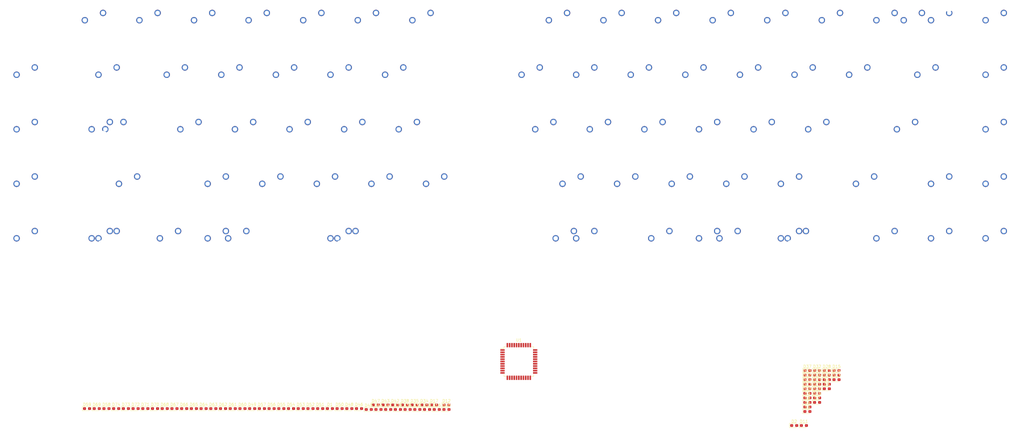
<source format=kicad_pcb>
(kicad_pcb (version 20171130) (host pcbnew "(5.0.0)")
  (title_block (title "split 65") (date 2018-11-18) (rev 1) (company jtallbean))
  (layers (0 F.Cu signal) (31 B.Cu signal) (34 B.Paste user) (35 F.Paste user) (36 B.SilkS user) (37 F.SilkS user) (38 B.Mask user) (39 F.Mask user) (44 Edge.Cuts user))
  (net 0 "")
  (net 1 "Net-(D1-Pad1)")
  (net 2 "Net-(D1-Pad2)")
  (net 3 "Net-(D12-Pad1)")
  (net 4 "Net-(D2-Pad2)")
  (net 5 "Net-(D13-Pad1)")
  (net 6 "Net-(D3-Pad2)")
  (net 7 "Net-(D14-Pad1)")
  (net 8 "Net-(D4-Pad2)")
  (net 9 "Net-(D5-Pad2)")
  (net 10 "Net-(D10-Pad1)")
  (net 11 "Net-(D6-Pad2)")
  (net 12 "Net-(D7-Pad2)")
  (net 13 "Net-(D8-Pad2)")
  (net 14 "Net-(D9-Pad2)")
  (net 15 "Net-(D10-Pad2)")
  (net 16 "Net-(D11-Pad2)")
  (net 17 "Net-(D12-Pad2)")
  (net 18 "Net-(D13-Pad2)")
  (net 19 "Net-(D14-Pad2)")
  (net 20 "Net-(D15-Pad2)")
  (net 21 "Net-(D16-Pad2)")
  (net 22 "Net-(D17-Pad2)")
  (net 23 "Net-(D18-Pad2)")
  (net 24 "Net-(D19-Pad2)")
  (net 25 "Net-(D20-Pad2)")
  (net 26 "Net-(D21-Pad2)")
  (net 27 "Net-(D22-Pad2)")
  (net 28 "Net-(D23-Pad2)")
  (net 29 "Net-(D24-Pad2)")
  (net 30 "Net-(D25-Pad2)")
  (net 31 "Net-(D26-Pad2)")
  (net 32 "Net-(D27-Pad2)")
  (net 33 "Net-(D28-Pad2)")
  (net 34 "Net-(D29-Pad2)")
  (net 35 "Net-(D30-Pad2)")
  (net 36 "Net-(D31-Pad2)")
  (net 37 "Net-(D32-Pad2)")
  (net 38 "Net-(D33-Pad2)")
  (net 39 "Net-(D34-Pad1)")
  (net 40 "Net-(D34-Pad2)")
  (net 41 "Net-(D35-Pad2)")
  (net 42 "Net-(D35-Pad1)")
  (net 43 "Net-(D36-Pad1)")
  (net 44 "Net-(D36-Pad2)")
  (net 45 "Net-(D37-Pad1)")
  (net 46 "Net-(D37-Pad2)")
  (net 47 "Net-(D38-Pad2)")
  (net 48 "Net-(D38-Pad1)")
  (net 49 "Net-(D39-Pad2)")
  (net 50 "Net-(D40-Pad2)")
  (net 51 "Net-(D41-Pad2)")
  (net 52 "Net-(D42-Pad2)")
  (net 53 "Net-(D43-Pad2)")
  (net 54 "Net-(D44-Pad2)")
  (net 55 "Net-(D45-Pad2)")
  (net 56 "Net-(D46-Pad2)")
  (net 57 "Net-(D47-Pad2)")
  (net 58 "Net-(D48-Pad2)")
  (net 59 "Net-(D49-Pad2)")
  (net 60 "Net-(D50-Pad2)")
  (net 61 "Net-(D51-Pad2)")
  (net 62 "Net-(D52-Pad2)")
  (net 63 "Net-(D53-Pad2)")
  (net 64 "Net-(D54-Pad2)")
  (net 65 "Net-(D55-Pad2)")
  (net 66 "Net-(D56-Pad2)")
  (net 67 "Net-(D57-Pad2)")
  (net 68 "Net-(D58-Pad2)")
  (net 69 "Net-(D59-Pad2)")
  (net 70 "Net-(D60-Pad2)")
  (net 71 "Net-(D61-Pad2)")
  (net 72 "Net-(D62-Pad2)")
  (net 73 "Net-(D63-Pad2)")
  (net 74 "Net-(D64-Pad2)")
  (net 75 "Net-(D65-Pad2)")
  (net 76 "Net-(D66-Pad2)")
  (net 77 "Net-(D67-Pad2)")
  (net 78 "Net-(D68-Pad2)")
  (net 79 "Net-(D69-Pad2)")
  (net 80 "Net-(D70-Pad2)")
  (net 81 "Net-(D71-Pad2)")
  (net 82 "Net-(D72-Pad2)")
  (net 83 "Net-(D73-Pad2)")
  (net 84 "Net-(D74-Pad2)")
  (net 85 "Net-(SW1-Pad2)")
  (net 86 "Net-(SW10-Pad2)")
  (net 87 "Net-(SW38-Pad2)")
  (net 88 "Net-(SW44-Pad2)")
  (net 89 "Net-(SW48-Pad2)")
  (net 90 "Net-(SW53-Pad2)")
  (net 91 "Net-(SW59-Pad2)")
  (net 92 "Net-(SW65-Pad2)")
  (net 93 "Net-(SW70-Pad2)")
  (net 94 "Net-(SW72-Pad2)")
  (net 95 "Net-(SW78-Pad2)")
  (net 96 "Net-(SW13-Pad2)")
  (net 97 "Net-(SW19-Pad2)")
  (net 98 "Net-(SW24-Pad2)")
  (net 99 "Net-(SW30-Pad2)")
  (net 100 "Net-(SW34-Pad2)")
  (net 101 "Net-(U1-Pad1)")
  (net 102 "Net-(U1-Pad2)")
  (net 103 "Net-(U1-Pad3)")
  (net 104 "Net-(U1-Pad4)")
  (net 105 "Net-(U1-Pad5)")
  (net 106 "Net-(U1-Pad6)")
  (net 107 "Net-(U1-Pad7)")
  (net 108 "Net-(U1-Pad8)")
  (net 109 "Net-(U1-Pad9)")
  (net 110 "Net-(U1-Pad10)")
  (net 111 "Net-(U1-Pad11)")
  (net 112 "Net-(U1-Pad12)")
  (net 113 "Net-(U1-Pad13)")
  (net 114 "Net-(U1-Pad14)")
  (net 115 "Net-(U1-Pad15)")
  (net 116 "Net-(U1-Pad16)")
  (net 117 "Net-(U1-Pad17)")
  (net 118 "Net-(U1-Pad18)")
  (net 119 "Net-(U1-Pad19)")
  (net 120 "Net-(U1-Pad20)")
  (net 121 "Net-(U1-Pad21)")
  (net 122 "Net-(U1-Pad22)")
  (net 123 "Net-(U1-Pad24)")
  (net 124 "Net-(U1-Pad25)")
  (net 125 "Net-(U1-Pad26)")
  (net 126 "Net-(U1-Pad27)")
  (net 127 "Net-(U1-Pad28)")
  (net 128 "Net-(U1-Pad29)")
  (net 129 "Net-(U1-Pad30)")
  (net 130 "Net-(U1-Pad31)")
  (net 131 "Net-(U1-Pad32)")
  (net 132 "Net-(U1-Pad33)")
  (net 133 "Net-(U1-Pad36)")
  (net 134 "Net-(U1-Pad37)")
  (net 135 "Net-(U1-Pad38)")
  (net 136 "Net-(U1-Pad39)")
  (net 137 "Net-(U1-Pad40)")
  (net 138 "Net-(U1-Pad41)")
  (net 139 "Net-(U1-Pad42)")
  (module Diode_SMD:D_0603_1608Metric_Pad1.05x0.95mm_HandSolder (layer F.Cu) (at 146.001251 171.242501)
    (fp_text reference D1 (at 0 -1.43) (layer F.SilkS))
    (fp_text value D_Small)
    (pad 2 smd roundrect (at 0.875 0) (size 1.05 0.95) (layers F.Cu F.Paste F.Mask) (net 2 "Net-(D1-Pad2)"))
    (pad 1 smd roundrect (at -0.875 0) (size 1.05 0.95) (layers F.Cu F.Paste F.Mask) (net 1 "Net-(D1-Pad1)"))
  )
  (module Diode_SMD:D_0603_1608Metric_Pad1.05x0.95mm_HandSolder (layer F.Cu) (at 308.012501 177.157501)
    (fp_text reference D2 (at 0 -1.43) (layer F.SilkS))
    (fp_text value D_Small)
    (pad 2 smd roundrect (at 0.875 0) (size 1.05 0.95) (layers F.Cu F.Paste F.Mask) (net 4 "Net-(D2-Pad2)"))
    (pad 1 smd roundrect (at -0.875 0) (size 1.05 0.95) (layers F.Cu F.Paste F.Mask) (net 3 "Net-(D12-Pad1)"))
  )
  (module Diode_SMD:D_0603_1608Metric_Pad1.05x0.95mm_HandSolder (layer F.Cu) (at 319.402501 164.317501)
    (fp_text reference D3 (at 0 -1.43) (layer F.SilkS))
    (fp_text value D_Small)
    (pad 2 smd roundrect (at 0.875 0) (size 1.05 0.95) (layers F.Cu F.Paste F.Mask) (net 6 "Net-(D3-Pad2)"))
    (pad 1 smd roundrect (at -0.875 0) (size 1.05 0.95) (layers F.Cu F.Paste F.Mask) (net 5 "Net-(D13-Pad1)"))
  )
  (module Diode_SMD:D_0603_1608Metric_Pad1.05x0.95mm_HandSolder (layer F.Cu) (at 319.402501 162.727501)
    (fp_text reference D4 (at 0 -1.43) (layer F.SilkS))
    (fp_text value D_Small)
    (pad 2 smd roundrect (at 0.875 0) (size 1.05 0.95) (layers F.Cu F.Paste F.Mask) (net 8 "Net-(D4-Pad2)"))
    (pad 1 smd roundrect (at -0.875 0) (size 1.05 0.95) (layers F.Cu F.Paste F.Mask) (net 7 "Net-(D14-Pad1)"))
  )
  (module Diode_SMD:D_0603_1608Metric_Pad1.05x0.95mm_HandSolder (layer F.Cu) (at 312.622501 172.267501)
    (fp_text reference D5 (at 0 -1.43) (layer F.SilkS))
    (fp_text value D_Small)
    (pad 1 smd roundrect (at -0.875 0) (size 1.05 0.95) (layers F.Cu F.Paste F.Mask) (net 10 "Net-(D10-Pad1)"))
    (pad 2 smd roundrect (at 0.875 0) (size 1.05 0.95) (layers F.Cu F.Paste F.Mask) (net 9 "Net-(D5-Pad2)"))
  )
  (module Diode_SMD:D_0603_1608Metric_Pad1.05x0.95mm_HandSolder (layer F.Cu) (at 312.622501 170.677501)
    (fp_text reference D6 (at 0 -1.43) (layer F.SilkS))
    (fp_text value D_Small)
    (pad 1 smd roundrect (at -0.875 0) (size 1.05 0.95) (layers F.Cu F.Paste F.Mask) (net 1 "Net-(D1-Pad1)"))
    (pad 2 smd roundrect (at 0.875 0) (size 1.05 0.95) (layers F.Cu F.Paste F.Mask) (net 11 "Net-(D6-Pad2)"))
  )
  (module Diode_SMD:D_0603_1608Metric_Pad1.05x0.95mm_HandSolder (layer F.Cu) (at 316.012501 169.087501)
    (fp_text reference D7 (at 0 -1.43) (layer F.SilkS))
    (fp_text value D_Small)
    (pad 1 smd roundrect (at -0.875 0) (size 1.05 0.95) (layers F.Cu F.Paste F.Mask) (net 3 "Net-(D12-Pad1)"))
    (pad 2 smd roundrect (at 0.875 0) (size 1.05 0.95) (layers F.Cu F.Paste F.Mask) (net 12 "Net-(D7-Pad2)"))
  )
  (module Diode_SMD:D_0603_1608Metric_Pad1.05x0.95mm_HandSolder (layer F.Cu) (at 312.622501 169.087501)
    (fp_text reference D8 (at 0 -1.43) (layer F.SilkS))
    (fp_text value D_Small)
    (pad 2 smd roundrect (at 0.875 0) (size 1.05 0.95) (layers F.Cu F.Paste F.Mask) (net 13 "Net-(D8-Pad2)"))
    (pad 1 smd roundrect (at -0.875 0) (size 1.05 0.95) (layers F.Cu F.Paste F.Mask) (net 5 "Net-(D13-Pad1)"))
  )
  (module Diode_SMD:D_0603_1608Metric_Pad1.05x0.95mm_HandSolder (layer F.Cu) (at 312.622501 167.497501)
    (fp_text reference D9 (at 0 -1.43) (layer F.SilkS))
    (fp_text value D_Small)
    (pad 1 smd roundrect (at -0.875 0) (size 1.05 0.95) (layers F.Cu F.Paste F.Mask) (net 7 "Net-(D14-Pad1)"))
    (pad 2 smd roundrect (at 0.875 0) (size 1.05 0.95) (layers F.Cu F.Paste F.Mask) (net 14 "Net-(D9-Pad2)"))
  )
  (module Diode_SMD:D_0603_1608Metric_Pad1.05x0.95mm_HandSolder (layer F.Cu) (at 316.012501 165.907501)
    (fp_text reference D10 (at 0 -1.43) (layer F.SilkS))
    (fp_text value D_Small)
    (pad 2 smd roundrect (at 0.875 0) (size 1.05 0.95) (layers F.Cu F.Paste F.Mask) (net 15 "Net-(D10-Pad2)"))
    (pad 1 smd roundrect (at -0.875 0) (size 1.05 0.95) (layers F.Cu F.Paste F.Mask) (net 10 "Net-(D10-Pad1)"))
  )
  (module Diode_SMD:D_0603_1608Metric_Pad1.05x0.95mm_HandSolder (layer F.Cu) (at 311.402501 177.157501)
    (fp_text reference D11 (at 0 -1.43) (layer F.SilkS))
    (fp_text value D_Small)
    (pad 2 smd roundrect (at 0.875 0) (size 1.05 0.95) (layers F.Cu F.Paste F.Mask) (net 16 "Net-(D11-Pad2)"))
    (pad 1 smd roundrect (at -0.875 0) (size 1.05 0.95) (layers F.Cu F.Paste F.Mask) (net 1 "Net-(D1-Pad1)"))
  )
  (module Diode_SMD:D_0603_1608Metric_Pad1.05x0.95mm_HandSolder (layer F.Cu) (at 186.681251 169.962501)
    (fp_text reference D12 (at 0 -1.43) (layer F.SilkS))
    (fp_text value D_Small)
    (pad 1 smd roundrect (at -0.875 0) (size 1.05 0.95) (layers F.Cu F.Paste F.Mask) (net 3 "Net-(D12-Pad1)"))
    (pad 2 smd roundrect (at 0.875 0) (size 1.05 0.95) (layers F.Cu F.Paste F.Mask) (net 17 "Net-(D12-Pad2)"))
  )
  (module Diode_SMD:D_0603_1608Metric_Pad1.05x0.95mm_HandSolder (layer F.Cu) (at 322.792501 161.137501)
    (fp_text reference D13 (at 0 -1.43) (layer F.SilkS))
    (fp_text value D_Small)
    (pad 1 smd roundrect (at -0.875 0) (size 1.05 0.95) (layers F.Cu F.Paste F.Mask) (net 5 "Net-(D13-Pad1)"))
    (pad 2 smd roundrect (at 0.875 0) (size 1.05 0.95) (layers F.Cu F.Paste F.Mask) (net 18 "Net-(D13-Pad2)"))
  )
  (module Diode_SMD:D_0603_1608Metric_Pad1.05x0.95mm_HandSolder (layer F.Cu) (at 322.792501 159.547501)
    (fp_text reference D14 (at 0 -1.43) (layer F.SilkS))
    (fp_text value D_Small)
    (pad 2 smd roundrect (at 0.875 0) (size 1.05 0.95) (layers F.Cu F.Paste F.Mask) (net 19 "Net-(D14-Pad2)"))
    (pad 1 smd roundrect (at -0.875 0) (size 1.05 0.95) (layers F.Cu F.Paste F.Mask) (net 7 "Net-(D14-Pad1)"))
  )
  (module Diode_SMD:D_0603_1608Metric_Pad1.05x0.95mm_HandSolder (layer F.Cu) (at 322.792501 157.957501)
    (fp_text reference D15 (at 0 -1.43) (layer F.SilkS))
    (fp_text value D_Small)
    (pad 1 smd roundrect (at -0.875 0) (size 1.05 0.95) (layers F.Cu F.Paste F.Mask) (net 10 "Net-(D10-Pad1)"))
    (pad 2 smd roundrect (at 0.875 0) (size 1.05 0.95) (layers F.Cu F.Paste F.Mask) (net 20 "Net-(D15-Pad2)"))
  )
  (module Diode_SMD:D_0603_1608Metric_Pad1.05x0.95mm_HandSolder (layer F.Cu) (at 183.291251 171.552501)
    (fp_text reference D16 (at 0 -1.43) (layer F.SilkS))
    (fp_text value D_Small)
    (pad 1 smd roundrect (at -0.875 0) (size 1.05 0.95) (layers F.Cu F.Paste F.Mask) (net 1 "Net-(D1-Pad1)"))
    (pad 2 smd roundrect (at 0.875 0) (size 1.05 0.95) (layers F.Cu F.Paste F.Mask) (net 21 "Net-(D16-Pad2)"))
  )
  (module Diode_SMD:D_0603_1608Metric_Pad1.05x0.95mm_HandSolder (layer F.Cu) (at 182.351251 169.962501)
    (fp_text reference D17 (at 0 -1.43) (layer F.SilkS))
    (fp_text value D_Small)
    (pad 2 smd roundrect (at 0.875 0) (size 1.05 0.95) (layers F.Cu F.Paste F.Mask) (net 22 "Net-(D17-Pad2)"))
    (pad 1 smd roundrect (at -0.875 0) (size 1.05 0.95) (layers F.Cu F.Paste F.Mask) (net 3 "Net-(D12-Pad1)"))
  )
  (module Diode_SMD:D_0603_1608Metric_Pad1.05x0.95mm_HandSolder (layer F.Cu) (at 179.901251 171.552501)
    (fp_text reference D18 (at 0 -1.43) (layer F.SilkS))
    (fp_text value D_Small)
    (pad 2 smd roundrect (at 0.875 0) (size 1.05 0.95) (layers F.Cu F.Paste F.Mask) (net 23 "Net-(D18-Pad2)"))
    (pad 1 smd roundrect (at -0.875 0) (size 1.05 0.95) (layers F.Cu F.Paste F.Mask) (net 5 "Net-(D13-Pad1)"))
  )
  (module Diode_SMD:D_0603_1608Metric_Pad1.05x0.95mm_HandSolder (layer F.Cu) (at 316.012501 167.497501)
    (fp_text reference D19 (at 0 -1.43) (layer F.SilkS))
    (fp_text value D_Small)
    (pad 1 smd roundrect (at -0.875 0) (size 1.05 0.95) (layers F.Cu F.Paste F.Mask) (net 7 "Net-(D14-Pad1)"))
    (pad 2 smd roundrect (at 0.875 0) (size 1.05 0.95) (layers F.Cu F.Paste F.Mask) (net 24 "Net-(D19-Pad2)"))
  )
  (module Diode_SMD:D_0603_1608Metric_Pad1.05x0.95mm_HandSolder (layer F.Cu) (at 312.622501 161.137501)
    (fp_text reference D20 (at 0 -1.43) (layer F.SilkS))
    (fp_text value D_Small)
    (pad 2 smd roundrect (at 0.875 0) (size 1.05 0.95) (layers F.Cu F.Paste F.Mask) (net 25 "Net-(D20-Pad2)"))
    (pad 1 smd roundrect (at -0.875 0) (size 1.05 0.95) (layers F.Cu F.Paste F.Mask) (net 10 "Net-(D10-Pad1)"))
  )
  (module Diode_SMD:D_0603_1608Metric_Pad1.05x0.95mm_HandSolder (layer F.Cu) (at 316.012501 164.317501)
    (fp_text reference D21 (at 0 -1.43) (layer F.SilkS))
    (fp_text value D_Small)
    (pad 2 smd roundrect (at 0.875 0) (size 1.05 0.95) (layers F.Cu F.Paste F.Mask) (net 26 "Net-(D21-Pad2)"))
    (pad 1 smd roundrect (at -0.875 0) (size 1.05 0.95) (layers F.Cu F.Paste F.Mask) (net 1 "Net-(D1-Pad1)"))
  )
  (module Diode_SMD:D_0603_1608Metric_Pad1.05x0.95mm_HandSolder (layer F.Cu) (at 312.622501 164.317501)
    (fp_text reference D22 (at 0 -1.43) (layer F.SilkS))
    (fp_text value D_Small)
    (pad 1 smd roundrect (at -0.875 0) (size 1.05 0.95) (layers F.Cu F.Paste F.Mask) (net 3 "Net-(D12-Pad1)"))
    (pad 2 smd roundrect (at 0.875 0) (size 1.05 0.95) (layers F.Cu F.Paste F.Mask) (net 27 "Net-(D22-Pad2)"))
  )
  (module Diode_SMD:D_0603_1608Metric_Pad1.05x0.95mm_HandSolder (layer F.Cu) (at 316.012501 162.727501)
    (fp_text reference D23 (at 0 -1.43) (layer F.SilkS))
    (fp_text value D_Small)
    (pad 1 smd roundrect (at -0.875 0) (size 1.05 0.95) (layers F.Cu F.Paste F.Mask) (net 5 "Net-(D13-Pad1)"))
    (pad 2 smd roundrect (at 0.875 0) (size 1.05 0.95) (layers F.Cu F.Paste F.Mask) (net 28 "Net-(D23-Pad2)"))
  )
  (module Diode_SMD:D_0603_1608Metric_Pad1.05x0.95mm_HandSolder (layer F.Cu) (at 312.622501 162.727501)
    (fp_text reference D24 (at 0 -1.43) (layer F.SilkS))
    (fp_text value D_Small)
    (pad 2 smd roundrect (at 0.875 0) (size 1.05 0.95) (layers F.Cu F.Paste F.Mask) (net 29 "Net-(D24-Pad2)"))
    (pad 1 smd roundrect (at -0.875 0) (size 1.05 0.95) (layers F.Cu F.Paste F.Mask) (net 7 "Net-(D14-Pad1)"))
  )
  (module Diode_SMD:D_0603_1608Metric_Pad1.05x0.95mm_HandSolder (layer F.Cu) (at 319.402501 161.137501)
    (fp_text reference D25 (at 0 -1.43) (layer F.SilkS))
    (fp_text value D_Small)
    (pad 1 smd roundrect (at -0.875 0) (size 1.05 0.95) (layers F.Cu F.Paste F.Mask) (net 10 "Net-(D10-Pad1)"))
    (pad 2 smd roundrect (at 0.875 0) (size 1.05 0.95) (layers F.Cu F.Paste F.Mask) (net 30 "Net-(D25-Pad2)"))
  )
  (module Diode_SMD:D_0603_1608Metric_Pad1.05x0.95mm_HandSolder (layer F.Cu) (at 316.012501 161.137501)
    (fp_text reference D26 (at 0 -1.43) (layer F.SilkS))
    (fp_text value D_Small)
    (pad 1 smd roundrect (at -0.875 0) (size 1.05 0.95) (layers F.Cu F.Paste F.Mask) (net 1 "Net-(D1-Pad1)"))
    (pad 2 smd roundrect (at 0.875 0) (size 1.05 0.95) (layers F.Cu F.Paste F.Mask) (net 31 "Net-(D26-Pad2)"))
  )
  (module Diode_SMD:D_0603_1608Metric_Pad1.05x0.95mm_HandSolder (layer F.Cu) (at 319.402501 159.547501)
    (fp_text reference D27 (at 0 -1.43) (layer F.SilkS))
    (fp_text value D_Small)
    (pad 2 smd roundrect (at 0.875 0) (size 1.05 0.95) (layers F.Cu F.Paste F.Mask) (net 32 "Net-(D27-Pad2)"))
    (pad 1 smd roundrect (at -0.875 0) (size 1.05 0.95) (layers F.Cu F.Paste F.Mask) (net 3 "Net-(D12-Pad1)"))
  )
  (module Diode_SMD:D_0603_1608Metric_Pad1.05x0.95mm_HandSolder (layer F.Cu) (at 319.402501 157.957501)
    (fp_text reference D28 (at 0 -1.43) (layer F.SilkS))
    (fp_text value D_Small)
    (pad 2 smd roundrect (at 0.875 0) (size 1.05 0.95) (layers F.Cu F.Paste F.Mask) (net 33 "Net-(D28-Pad2)"))
    (pad 1 smd roundrect (at -0.875 0) (size 1.05 0.95) (layers F.Cu F.Paste F.Mask) (net 5 "Net-(D13-Pad1)"))
  )
  (module Diode_SMD:D_0603_1608Metric_Pad1.05x0.95mm_HandSolder (layer F.Cu) (at 169.731251 171.552501)
    (fp_text reference D29 (at 0 -1.43) (layer F.SilkS))
    (fp_text value D_Small)
    (pad 2 smd roundrect (at 0.875 0) (size 1.05 0.95) (layers F.Cu F.Paste F.Mask) (net 34 "Net-(D29-Pad2)"))
    (pad 1 smd roundrect (at -0.875 0) (size 1.05 0.95) (layers F.Cu F.Paste F.Mask) (net 7 "Net-(D14-Pad1)"))
  )
  (module Diode_SMD:D_0603_1608Metric_Pad1.05x0.95mm_HandSolder (layer F.Cu) (at 312.622501 165.907501)
    (fp_text reference D30 (at 0 -1.43) (layer F.SilkS))
    (fp_text value D_Small)
    (pad 2 smd roundrect (at 0.875 0) (size 1.05 0.95) (layers F.Cu F.Paste F.Mask) (net 35 "Net-(D30-Pad2)"))
    (pad 1 smd roundrect (at -0.875 0) (size 1.05 0.95) (layers F.Cu F.Paste F.Mask) (net 1 "Net-(D1-Pad1)"))
  )
  (module Diode_SMD:D_0603_1608Metric_Pad1.05x0.95mm_HandSolder (layer F.Cu) (at 312.622501 159.547501)
    (fp_text reference D31 (at 0 -1.43) (layer F.SilkS))
    (fp_text value D_Small)
    (pad 1 smd roundrect (at -0.875 0) (size 1.05 0.95) (layers F.Cu F.Paste F.Mask) (net 3 "Net-(D12-Pad1)"))
    (pad 2 smd roundrect (at 0.875 0) (size 1.05 0.95) (layers F.Cu F.Paste F.Mask) (net 36 "Net-(D31-Pad2)"))
  )
  (module Diode_SMD:D_0603_1608Metric_Pad1.05x0.95mm_HandSolder (layer F.Cu) (at 316.012501 157.957501)
    (fp_text reference D32 (at 0 -1.43) (layer F.SilkS))
    (fp_text value D_Small)
    (pad 1 smd roundrect (at -0.875 0) (size 1.05 0.95) (layers F.Cu F.Paste F.Mask) (net 5 "Net-(D13-Pad1)"))
    (pad 2 smd roundrect (at 0.875 0) (size 1.05 0.95) (layers F.Cu F.Paste F.Mask) (net 37 "Net-(D32-Pad2)"))
  )
  (module Diode_SMD:D_0603_1608Metric_Pad1.05x0.95mm_HandSolder (layer F.Cu) (at 176.511251 171.552501)
    (fp_text reference D33 (at 0 -1.43) (layer F.SilkS))
    (fp_text value D_Small)
    (pad 1 smd roundrect (at -0.875 0) (size 1.05 0.95) (layers F.Cu F.Paste F.Mask) (net 7 "Net-(D14-Pad1)"))
    (pad 2 smd roundrect (at 0.875 0) (size 1.05 0.95) (layers F.Cu F.Paste F.Mask) (net 38 "Net-(D33-Pad2)"))
  )
  (module Diode_SMD:D_0603_1608Metric_Pad1.05x0.95mm_HandSolder (layer F.Cu) (at 178.961251 169.962501)
    (fp_text reference D34 (at 0 -1.43) (layer F.SilkS))
    (fp_text value D_Small)
    (pad 2 smd roundrect (at 0.875 0) (size 1.05 0.95) (layers F.Cu F.Paste F.Mask) (net 40 "Net-(D34-Pad2)"))
    (pad 1 smd roundrect (at -0.875 0) (size 1.05 0.95) (layers F.Cu F.Paste F.Mask) (net 39 "Net-(D34-Pad1)"))
  )
  (module Diode_SMD:D_0603_1608Metric_Pad1.05x0.95mm_HandSolder (layer F.Cu) (at 175.571251 169.962501)
    (fp_text reference D35 (at 0 -1.43) (layer F.SilkS))
    (fp_text value D_Small)
    (pad 1 smd roundrect (at -0.875 0) (size 1.05 0.95) (layers F.Cu F.Paste F.Mask) (net 42 "Net-(D35-Pad1)"))
    (pad 2 smd roundrect (at 0.875 0) (size 1.05 0.95) (layers F.Cu F.Paste F.Mask) (net 41 "Net-(D35-Pad2)"))
  )
  (module Diode_SMD:D_0603_1608Metric_Pad1.05x0.95mm_HandSolder (layer F.Cu) (at 173.121251 171.552501)
    (fp_text reference D36 (at 0 -1.43) (layer F.SilkS))
    (fp_text value D_Small)
    (pad 2 smd roundrect (at 0.875 0) (size 1.05 0.95) (layers F.Cu F.Paste F.Mask) (net 44 "Net-(D36-Pad2)"))
    (pad 1 smd roundrect (at -0.875 0) (size 1.05 0.95) (layers F.Cu F.Paste F.Mask) (net 43 "Net-(D36-Pad1)"))
  )
  (module Diode_SMD:D_0603_1608Metric_Pad1.05x0.95mm_HandSolder (layer F.Cu) (at 312.622501 157.957501)
    (fp_text reference D37 (at 0 -1.43) (layer F.SilkS))
    (fp_text value D_Small)
    (pad 2 smd roundrect (at 0.875 0) (size 1.05 0.95) (layers F.Cu F.Paste F.Mask) (net 46 "Net-(D37-Pad2)"))
    (pad 1 smd roundrect (at -0.875 0) (size 1.05 0.95) (layers F.Cu F.Paste F.Mask) (net 45 "Net-(D37-Pad1)"))
  )
  (module Diode_SMD:D_0603_1608Metric_Pad1.05x0.95mm_HandSolder (layer F.Cu) (at 172.181251 169.962501)
    (fp_text reference D38 (at 0 -1.43) (layer F.SilkS))
    (fp_text value D_Small)
    (pad 1 smd roundrect (at -0.875 0) (size 1.05 0.95) (layers F.Cu F.Paste F.Mask) (net 48 "Net-(D38-Pad1)"))
    (pad 2 smd roundrect (at 0.875 0) (size 1.05 0.95) (layers F.Cu F.Paste F.Mask) (net 47 "Net-(D38-Pad2)"))
  )
  (module Diode_SMD:D_0603_1608Metric_Pad1.05x0.95mm_HandSolder (layer F.Cu) (at 316.012501 159.547501)
    (fp_text reference D39 (at 0 -1.43) (layer F.SilkS))
    (fp_text value D_Small)
    (pad 2 smd roundrect (at 0.875 0) (size 1.05 0.95) (layers F.Cu F.Paste F.Mask) (net 49 "Net-(D39-Pad2)"))
    (pad 1 smd roundrect (at -0.875 0) (size 1.05 0.95) (layers F.Cu F.Paste F.Mask) (net 39 "Net-(D34-Pad1)"))
  )
  (module Diode_SMD:D_0603_1608Metric_Pad1.05x0.95mm_HandSolder (layer F.Cu) (at 186.681251 171.552501)
    (fp_text reference D40 (at 0 -1.43) (layer F.SilkS))
    (fp_text value D_Small)
    (pad 1 smd roundrect (at -0.875 0) (size 1.05 0.95) (layers F.Cu F.Paste F.Mask) (net 42 "Net-(D35-Pad1)"))
    (pad 2 smd roundrect (at 0.875 0) (size 1.05 0.95) (layers F.Cu F.Paste F.Mask) (net 50 "Net-(D40-Pad2)"))
  )
  (module Diode_SMD:D_0603_1608Metric_Pad1.05x0.95mm_HandSolder (layer F.Cu) (at 166.341251 171.552501)
    (fp_text reference D41 (at 0 -1.43) (layer F.SilkS))
    (fp_text value D_Small)
    (pad 2 smd roundrect (at 0.875 0) (size 1.05 0.95) (layers F.Cu F.Paste F.Mask) (net 51 "Net-(D41-Pad2)"))
    (pad 1 smd roundrect (at -0.875 0) (size 1.05 0.95) (layers F.Cu F.Paste F.Mask) (net 43 "Net-(D36-Pad1)"))
  )
  (module Diode_SMD:D_0603_1608Metric_Pad1.05x0.95mm_HandSolder (layer F.Cu) (at 168.791251 169.962501)
    (fp_text reference D42 (at 0 -1.43) (layer F.SilkS))
    (fp_text value D_Small)
    (pad 2 smd roundrect (at 0.875 0) (size 1.05 0.95) (layers F.Cu F.Paste F.Mask) (net 52 "Net-(D42-Pad2)"))
    (pad 1 smd roundrect (at -0.875 0) (size 1.05 0.95) (layers F.Cu F.Paste F.Mask) (net 45 "Net-(D37-Pad1)"))
  )
  (module Diode_SMD:D_0603_1608Metric_Pad1.05x0.95mm_HandSolder (layer F.Cu) (at 165.401251 169.962501)
    (fp_text reference D43 (at 0 -1.43) (layer F.SilkS))
    (fp_text value D_Small)
    (pad 1 smd roundrect (at -0.875 0) (size 1.05 0.95) (layers F.Cu F.Paste F.Mask) (net 39 "Net-(D34-Pad1)"))
    (pad 2 smd roundrect (at 0.875 0) (size 1.05 0.95) (layers F.Cu F.Paste F.Mask) (net 53 "Net-(D43-Pad2)"))
  )
  (module Diode_SMD:D_0603_1608Metric_Pad1.05x0.95mm_HandSolder (layer F.Cu) (at 162.951251 171.552501)
    (fp_text reference D44 (at 0 -1.43) (layer F.SilkS))
    (fp_text value D_Small)
    (pad 2 smd roundrect (at 0.875 0) (size 1.05 0.95) (layers F.Cu F.Paste F.Mask) (net 54 "Net-(D44-Pad2)"))
    (pad 1 smd roundrect (at -0.875 0) (size 1.05 0.95) (layers F.Cu F.Paste F.Mask) (net 42 "Net-(D35-Pad1)"))
  )
  (module Diode_SMD:D_0603_1608Metric_Pad1.05x0.95mm_HandSolder (layer F.Cu) (at 159.561251 171.552501)
    (fp_text reference D45 (at 0 -1.43) (layer F.SilkS))
    (fp_text value D_Small)
    (pad 2 smd roundrect (at 0.875 0) (size 1.05 0.95) (layers F.Cu F.Paste F.Mask) (net 55 "Net-(D45-Pad2)"))
    (pad 1 smd roundrect (at -0.875 0) (size 1.05 0.95) (layers F.Cu F.Paste F.Mask) (net 43 "Net-(D36-Pad1)"))
  )
  (module Diode_SMD:D_0603_1608Metric_Pad1.05x0.95mm_HandSolder (layer F.Cu) (at 156.171251 171.242501)
    (fp_text reference D46 (at 0 -1.43) (layer F.SilkS))
    (fp_text value D_Small)
    (pad 1 smd roundrect (at -0.875 0) (size 1.05 0.95) (layers F.Cu F.Paste F.Mask) (net 45 "Net-(D37-Pad1)"))
    (pad 2 smd roundrect (at 0.875 0) (size 1.05 0.95) (layers F.Cu F.Paste F.Mask) (net 56 "Net-(D46-Pad2)"))
  )
  (module Diode_SMD:D_0603_1608Metric_Pad1.05x0.95mm_HandSolder (layer F.Cu) (at 162.011251 169.962501)
    (fp_text reference D47 (at 0 -1.43) (layer F.SilkS))
    (fp_text value D_Small)
    (pad 1 smd roundrect (at -0.875 0) (size 1.05 0.95) (layers F.Cu F.Paste F.Mask) (net 48 "Net-(D38-Pad1)"))
    (pad 2 smd roundrect (at 0.875 0) (size 1.05 0.95) (layers F.Cu F.Paste F.Mask) (net 57 "Net-(D47-Pad2)"))
  )
  (module Diode_SMD:D_0603_1608Metric_Pad1.05x0.95mm_HandSolder (layer F.Cu) (at 152.781251 171.242501)
    (fp_text reference D48 (at 0 -1.43) (layer F.SilkS))
    (fp_text value D_Small)
    (pad 1 smd roundrect (at -0.875 0) (size 1.05 0.95) (layers F.Cu F.Paste F.Mask) (net 39 "Net-(D34-Pad1)"))
    (pad 2 smd roundrect (at 0.875 0) (size 1.05 0.95) (layers F.Cu F.Paste F.Mask) (net 58 "Net-(D48-Pad2)"))
  )
  (module Diode_SMD:D_0603_1608Metric_Pad1.05x0.95mm_HandSolder (layer F.Cu) (at 118.881251 171.242501)
    (fp_text reference D49 (at 0 -1.43) (layer F.SilkS))
    (fp_text value D_Small)
    (pad 1 smd roundrect (at -0.875 0) (size 1.05 0.95) (layers F.Cu F.Paste F.Mask) (net 42 "Net-(D35-Pad1)"))
    (pad 2 smd roundrect (at 0.875 0) (size 1.05 0.95) (layers F.Cu F.Paste F.Mask) (net 59 "Net-(D49-Pad2)"))
  )
  (module Diode_SMD:D_0603_1608Metric_Pad1.05x0.95mm_HandSolder (layer F.Cu) (at 149.391251 171.242501)
    (fp_text reference D50 (at 0 -1.43) (layer F.SilkS))
    (fp_text value D_Small)
    (pad 2 smd roundrect (at 0.875 0) (size 1.05 0.95) (layers F.Cu F.Paste F.Mask) (net 60 "Net-(D50-Pad2)"))
    (pad 1 smd roundrect (at -0.875 0) (size 1.05 0.95) (layers F.Cu F.Paste F.Mask) (net 43 "Net-(D36-Pad1)"))
  )
  (module Diode_SMD:D_0603_1608Metric_Pad1.05x0.95mm_HandSolder (layer F.Cu) (at 142.611251 171.242501)
    (fp_text reference D51 (at 0 -1.43) (layer F.SilkS))
    (fp_text value D_Small)
    (pad 2 smd roundrect (at 0.875 0) (size 1.05 0.95) (layers F.Cu F.Paste F.Mask) (net 61 "Net-(D51-Pad2)"))
    (pad 1 smd roundrect (at -0.875 0) (size 1.05 0.95) (layers F.Cu F.Paste F.Mask) (net 45 "Net-(D37-Pad1)"))
  )
  (module Diode_SMD:D_0603_1608Metric_Pad1.05x0.95mm_HandSolder (layer F.Cu) (at 139.221251 171.242501)
    (fp_text reference D52 (at 0 -1.43) (layer F.SilkS))
    (fp_text value D_Small)
    (pad 2 smd roundrect (at 0.875 0) (size 1.05 0.95) (layers F.Cu F.Paste F.Mask) (net 62 "Net-(D52-Pad2)"))
    (pad 1 smd roundrect (at -0.875 0) (size 1.05 0.95) (layers F.Cu F.Paste F.Mask) (net 48 "Net-(D38-Pad1)"))
  )
  (module Diode_SMD:D_0603_1608Metric_Pad1.05x0.95mm_HandSolder (layer F.Cu) (at 135.831251 171.242501)
    (fp_text reference D53 (at 0 -1.43) (layer F.SilkS))
    (fp_text value D_Small)
    (pad 1 smd roundrect (at -0.875 0) (size 1.05 0.95) (layers F.Cu F.Paste F.Mask) (net 39 "Net-(D34-Pad1)"))
    (pad 2 smd roundrect (at 0.875 0) (size 1.05 0.95) (layers F.Cu F.Paste F.Mask) (net 63 "Net-(D53-Pad2)"))
  )
  (module Diode_SMD:D_0603_1608Metric_Pad1.05x0.95mm_HandSolder (layer F.Cu) (at 132.441251 171.242501)
    (fp_text reference D54 (at 0 -1.43) (layer F.SilkS))
    (fp_text value D_Small)
    (pad 2 smd roundrect (at 0.875 0) (size 1.05 0.95) (layers F.Cu F.Paste F.Mask) (net 64 "Net-(D54-Pad2)"))
    (pad 1 smd roundrect (at -0.875 0) (size 1.05 0.95) (layers F.Cu F.Paste F.Mask) (net 42 "Net-(D35-Pad1)"))
  )
  (module Diode_SMD:D_0603_1608Metric_Pad1.05x0.95mm_HandSolder (layer F.Cu) (at 129.051251 171.242501)
    (fp_text reference D55 (at 0 -1.43) (layer F.SilkS))
    (fp_text value D_Small)
    (pad 2 smd roundrect (at 0.875 0) (size 1.05 0.95) (layers F.Cu F.Paste F.Mask) (net 65 "Net-(D55-Pad2)"))
    (pad 1 smd roundrect (at -0.875 0) (size 1.05 0.95) (layers F.Cu F.Paste F.Mask) (net 43 "Net-(D36-Pad1)"))
  )
  (module Diode_SMD:D_0603_1608Metric_Pad1.05x0.95mm_HandSolder (layer F.Cu) (at 125.661251 171.242501)
    (fp_text reference D56 (at 0 -1.43) (layer F.SilkS))
    (fp_text value D_Small)
    (pad 1 smd roundrect (at -0.875 0) (size 1.05 0.95) (layers F.Cu F.Paste F.Mask) (net 45 "Net-(D37-Pad1)"))
    (pad 2 smd roundrect (at 0.875 0) (size 1.05 0.95) (layers F.Cu F.Paste F.Mask) (net 66 "Net-(D56-Pad2)"))
  )
  (module Diode_SMD:D_0603_1608Metric_Pad1.05x0.95mm_HandSolder (layer F.Cu) (at 122.271251 171.242501)
    (fp_text reference D57 (at 0 -1.43) (layer F.SilkS))
    (fp_text value D_Small)
    (pad 1 smd roundrect (at -0.875 0) (size 1.05 0.95) (layers F.Cu F.Paste F.Mask) (net 48 "Net-(D38-Pad1)"))
    (pad 2 smd roundrect (at 0.875 0) (size 1.05 0.95) (layers F.Cu F.Paste F.Mask) (net 67 "Net-(D57-Pad2)"))
  )
  (module Diode_SMD:D_0603_1608Metric_Pad1.05x0.95mm_HandSolder (layer F.Cu) (at 68.031251 171.242501)
    (fp_text reference D58 (at 0 -1.43) (layer F.SilkS))
    (fp_text value D_Small)
    (pad 1 smd roundrect (at -0.875 0) (size 1.05 0.95) (layers F.Cu F.Paste F.Mask) (net 39 "Net-(D34-Pad1)"))
    (pad 2 smd roundrect (at 0.875 0) (size 1.05 0.95) (layers F.Cu F.Paste F.Mask) (net 68 "Net-(D58-Pad2)"))
  )
  (module Diode_SMD:D_0603_1608Metric_Pad1.05x0.95mm_HandSolder (layer F.Cu) (at 61.251251 171.242501)
    (fp_text reference D59 (at 0 -1.43) (layer F.SilkS))
    (fp_text value D_Small)
    (pad 1 smd roundrect (at -0.875 0) (size 1.05 0.95) (layers F.Cu F.Paste F.Mask) (net 42 "Net-(D35-Pad1)"))
    (pad 2 smd roundrect (at 0.875 0) (size 1.05 0.95) (layers F.Cu F.Paste F.Mask) (net 69 "Net-(D59-Pad2)"))
  )
  (module Diode_SMD:D_0603_1608Metric_Pad1.05x0.95mm_HandSolder (layer F.Cu) (at 115.491251 171.242501)
    (fp_text reference D60 (at 0 -1.43) (layer F.SilkS))
    (fp_text value D_Small)
    (pad 1 smd roundrect (at -0.875 0) (size 1.05 0.95) (layers F.Cu F.Paste F.Mask) (net 43 "Net-(D36-Pad1)"))
    (pad 2 smd roundrect (at 0.875 0) (size 1.05 0.95) (layers F.Cu F.Paste F.Mask) (net 70 "Net-(D60-Pad2)"))
  )
  (module Diode_SMD:D_0603_1608Metric_Pad1.05x0.95mm_HandSolder (layer F.Cu) (at 112.101251 171.242501)
    (fp_text reference D61 (at 0 -1.43) (layer F.SilkS))
    (fp_text value D_Small)
    (pad 2 smd roundrect (at 0.875 0) (size 1.05 0.95) (layers F.Cu F.Paste F.Mask) (net 71 "Net-(D61-Pad2)"))
    (pad 1 smd roundrect (at -0.875 0) (size 1.05 0.95) (layers F.Cu F.Paste F.Mask) (net 45 "Net-(D37-Pad1)"))
  )
  (module Diode_SMD:D_0603_1608Metric_Pad1.05x0.95mm_HandSolder (layer F.Cu) (at 108.711251 171.242501)
    (fp_text reference D62 (at 0 -1.43) (layer F.SilkS))
    (fp_text value D_Small)
    (pad 2 smd roundrect (at 0.875 0) (size 1.05 0.95) (layers F.Cu F.Paste F.Mask) (net 72 "Net-(D62-Pad2)"))
    (pad 1 smd roundrect (at -0.875 0) (size 1.05 0.95) (layers F.Cu F.Paste F.Mask) (net 48 "Net-(D38-Pad1)"))
  )
  (module Diode_SMD:D_0603_1608Metric_Pad1.05x0.95mm_HandSolder (layer F.Cu) (at 105.321251 171.242501)
    (fp_text reference D63 (at 0 -1.43) (layer F.SilkS))
    (fp_text value D_Small)
    (pad 2 smd roundrect (at 0.875 0) (size 1.05 0.95) (layers F.Cu F.Paste F.Mask) (net 73 "Net-(D63-Pad2)"))
    (pad 1 smd roundrect (at -0.875 0) (size 1.05 0.95) (layers F.Cu F.Paste F.Mask) (net 39 "Net-(D34-Pad1)"))
  )
  (module Diode_SMD:D_0603_1608Metric_Pad1.05x0.95mm_HandSolder (layer F.Cu) (at 101.931251 171.242501)
    (fp_text reference D64 (at 0 -1.43) (layer F.SilkS))
    (fp_text value D_Small)
    (pad 2 smd roundrect (at 0.875 0) (size 1.05 0.95) (layers F.Cu F.Paste F.Mask) (net 74 "Net-(D64-Pad2)"))
    (pad 1 smd roundrect (at -0.875 0) (size 1.05 0.95) (layers F.Cu F.Paste F.Mask) (net 42 "Net-(D35-Pad1)"))
  )
  (module Diode_SMD:D_0603_1608Metric_Pad1.05x0.95mm_HandSolder (layer F.Cu) (at 98.541251 171.242501)
    (fp_text reference D65 (at 0 -1.43) (layer F.SilkS))
    (fp_text value D_Small)
    (pad 1 smd roundrect (at -0.875 0) (size 1.05 0.95) (layers F.Cu F.Paste F.Mask) (net 39 "Net-(D34-Pad1)"))
    (pad 2 smd roundrect (at 0.875 0) (size 1.05 0.95) (layers F.Cu F.Paste F.Mask) (net 75 "Net-(D65-Pad2)"))
  )
  (module Diode_SMD:D_0603_1608Metric_Pad1.05x0.95mm_HandSolder (layer F.Cu) (at 95.151251 171.242501)
    (fp_text reference D66 (at 0 -1.43) (layer F.SilkS))
    (fp_text value D_Small)
    (pad 1 smd roundrect (at -0.875 0) (size 1.05 0.95) (layers F.Cu F.Paste F.Mask) (net 42 "Net-(D35-Pad1)"))
    (pad 2 smd roundrect (at 0.875 0) (size 1.05 0.95) (layers F.Cu F.Paste F.Mask) (net 76 "Net-(D66-Pad2)"))
  )
  (module Diode_SMD:D_0603_1608Metric_Pad1.05x0.95mm_HandSolder (layer F.Cu) (at 91.761251 171.242501)
    (fp_text reference D67 (at 0 -1.43) (layer F.SilkS))
    (fp_text value D_Small)
    (pad 2 smd roundrect (at 0.875 0) (size 1.05 0.95) (layers F.Cu F.Paste F.Mask) (net 77 "Net-(D67-Pad2)"))
    (pad 1 smd roundrect (at -0.875 0) (size 1.05 0.95) (layers F.Cu F.Paste F.Mask) (net 43 "Net-(D36-Pad1)"))
  )
  (module Diode_SMD:D_0603_1608Metric_Pad1.05x0.95mm_HandSolder (layer F.Cu) (at 88.371251 171.242501)
    (fp_text reference D68 (at 0 -1.43) (layer F.SilkS))
    (fp_text value D_Small)
    (pad 1 smd roundrect (at -0.875 0) (size 1.05 0.95) (layers F.Cu F.Paste F.Mask) (net 45 "Net-(D37-Pad1)"))
    (pad 2 smd roundrect (at 0.875 0) (size 1.05 0.95) (layers F.Cu F.Paste F.Mask) (net 78 "Net-(D68-Pad2)"))
  )
  (module Diode_SMD:D_0603_1608Metric_Pad1.05x0.95mm_HandSolder (layer F.Cu) (at 64.641251 171.242501)
    (fp_text reference D69 (at 0 -1.43) (layer F.SilkS))
    (fp_text value D_Small)
    (pad 1 smd roundrect (at -0.875 0) (size 1.05 0.95) (layers F.Cu F.Paste F.Mask) (net 48 "Net-(D38-Pad1)"))
    (pad 2 smd roundrect (at 0.875 0) (size 1.05 0.95) (layers F.Cu F.Paste F.Mask) (net 79 "Net-(D69-Pad2)"))
  )
  (module Diode_SMD:D_0603_1608Metric_Pad1.05x0.95mm_HandSolder (layer F.Cu) (at 84.981251 171.242501)
    (fp_text reference D70 (at 0 -1.43) (layer F.SilkS))
    (fp_text value D_Small)
    (pad 1 smd roundrect (at -0.875 0) (size 1.05 0.95) (layers F.Cu F.Paste F.Mask) (net 39 "Net-(D34-Pad1)"))
    (pad 2 smd roundrect (at 0.875 0) (size 1.05 0.95) (layers F.Cu F.Paste F.Mask) (net 80 "Net-(D70-Pad2)"))
  )
  (module Diode_SMD:D_0603_1608Metric_Pad1.05x0.95mm_HandSolder (layer F.Cu) (at 81.591251 171.242501)
    (fp_text reference D71 (at 0 -1.43) (layer F.SilkS))
    (fp_text value D_Small)
    (pad 2 smd roundrect (at 0.875 0) (size 1.05 0.95) (layers F.Cu F.Paste F.Mask) (net 81 "Net-(D71-Pad2)"))
    (pad 1 smd roundrect (at -0.875 0) (size 1.05 0.95) (layers F.Cu F.Paste F.Mask) (net 42 "Net-(D35-Pad1)"))
  )
  (module Diode_SMD:D_0603_1608Metric_Pad1.05x0.95mm_HandSolder (layer F.Cu) (at 78.201251 171.242501)
    (fp_text reference D72 (at 0 -1.43) (layer F.SilkS))
    (fp_text value D_Small)
    (pad 1 smd roundrect (at -0.875 0) (size 1.05 0.95) (layers F.Cu F.Paste F.Mask) (net 43 "Net-(D36-Pad1)"))
    (pad 2 smd roundrect (at 0.875 0) (size 1.05 0.95) (layers F.Cu F.Paste F.Mask) (net 82 "Net-(D72-Pad2)"))
  )
  (module Diode_SMD:D_0603_1608Metric_Pad1.05x0.95mm_HandSolder (layer F.Cu) (at 74.811251 171.242501)
    (fp_text reference D73 (at 0 -1.43) (layer F.SilkS))
    (fp_text value D_Small)
    (pad 1 smd roundrect (at -0.875 0) (size 1.05 0.95) (layers F.Cu F.Paste F.Mask) (net 45 "Net-(D37-Pad1)"))
    (pad 2 smd roundrect (at 0.875 0) (size 1.05 0.95) (layers F.Cu F.Paste F.Mask) (net 83 "Net-(D73-Pad2)"))
  )
  (module Diode_SMD:D_0603_1608Metric_Pad1.05x0.95mm_HandSolder (layer F.Cu) (at 71.421251 171.242501)
    (fp_text reference D74 (at 0 -1.43) (layer F.SilkS))
    (fp_text value D_Small)
    (pad 2 smd roundrect (at 0.875 0) (size 1.05 0.95) (layers F.Cu F.Paste F.Mask) (net 84 "Net-(D74-Pad2)"))
    (pad 1 smd roundrect (at -0.875 0) (size 1.05 0.95) (layers F.Cu F.Paste F.Mask) (net 48 "Net-(D38-Pad1)"))
  )
  (module MX_Alps_Hybrid:MXOnly-1U-NoLED (layer F.Cu) (at 64.29375 38.1)
    (fp_text reference SW1)
    (fp_text value SW_Push)
    (pad 2 thru_hole circle (at 2.54 -5.08) (size 2.25 2.25) (drill 1.47) (layers *.Cu B.Mask) (net 85 "Net-(SW1-Pad2)"))
    (pad "" np_thru_hole circle (at 0 0) (size 3.9878 3.9878) (drill 3.9878) (layers *.Cu *.Mask))
    (pad 1 thru_hole circle (at -3.81 -2.54) (size 2.25 2.25) (drill 1.47) (layers *.Cu B.Mask) (net 2 "Net-(D1-Pad2)"))
    (pad "" np_thru_hole circle (at -5.08 0 48.0996) (size 1.75 1.75) (drill 1.75) (layers *.Cu *.Mask))
    (pad "" np_thru_hole circle (at 5.08 0 48.0996) (size 1.75 1.75) (drill 1.75) (layers *.Cu *.Mask))
  )
  (module MX_Alps_Hybrid:MXOnly-1U-NoLED (layer F.Cu) (at 40.48125 57.15)
    (fp_text reference SW2)
    (fp_text value SW_Push)
    (pad 2 thru_hole circle (at 2.54 -5.08) (size 2.25 2.25) (drill 1.47) (layers *.Cu B.Mask) (net 85 "Net-(SW1-Pad2)"))
    (pad "" np_thru_hole circle (at 0 0) (size 3.9878 3.9878) (drill 3.9878) (layers *.Cu *.Mask))
    (pad 1 thru_hole circle (at -3.81 -2.54) (size 2.25 2.25) (drill 1.47) (layers *.Cu B.Mask) (net 4 "Net-(D2-Pad2)"))
    (pad "" np_thru_hole circle (at -5.08 0 48.0996) (size 1.75 1.75) (drill 1.75) (layers *.Cu *.Mask))
    (pad "" np_thru_hole circle (at 5.08 0 48.0996) (size 1.75 1.75) (drill 1.75) (layers *.Cu *.Mask))
  )
  (module MX_Alps_Hybrid:MXOnly-1U-NoLED (layer F.Cu) (at 40.48125 76.2)
    (fp_text reference SW3)
    (fp_text value SW_Push)
    (pad "" np_thru_hole circle (at 5.08 0 48.0996) (size 1.75 1.75) (drill 1.75) (layers *.Cu *.Mask))
    (pad "" np_thru_hole circle (at -5.08 0 48.0996) (size 1.75 1.75) (drill 1.75) (layers *.Cu *.Mask))
    (pad 1 thru_hole circle (at -3.81 -2.54) (size 2.25 2.25) (drill 1.47) (layers *.Cu B.Mask) (net 6 "Net-(D3-Pad2)"))
    (pad "" np_thru_hole circle (at 0 0) (size 3.9878 3.9878) (drill 3.9878) (layers *.Cu *.Mask))
    (pad 2 thru_hole circle (at 2.54 -5.08) (size 2.25 2.25) (drill 1.47) (layers *.Cu B.Mask) (net 85 "Net-(SW1-Pad2)"))
  )
  (module MX_Alps_Hybrid:MXOnly-1U-NoLED (layer F.Cu) (at 40.48125 95.25)
    (fp_text reference SW4)
    (fp_text value SW_Push)
    (pad "" np_thru_hole circle (at 5.08 0 48.0996) (size 1.75 1.75) (drill 1.75) (layers *.Cu *.Mask))
    (pad "" np_thru_hole circle (at -5.08 0 48.0996) (size 1.75 1.75) (drill 1.75) (layers *.Cu *.Mask))
    (pad 1 thru_hole circle (at -3.81 -2.54) (size 2.25 2.25) (drill 1.47) (layers *.Cu B.Mask) (net 8 "Net-(D4-Pad2)"))
    (pad "" np_thru_hole circle (at 0 0) (size 3.9878 3.9878) (drill 3.9878) (layers *.Cu *.Mask))
    (pad 2 thru_hole circle (at 2.54 -5.08) (size 2.25 2.25) (drill 1.47) (layers *.Cu B.Mask) (net 85 "Net-(SW1-Pad2)"))
  )
  (module MX_Alps_Hybrid:MXOnly-1U-NoLED (layer F.Cu) (at 40.48125 114.3)
    (fp_text reference SW5)
    (fp_text value SW_Push)
    (pad "" np_thru_hole circle (at 5.08 0 48.0996) (size 1.75 1.75) (drill 1.75) (layers *.Cu *.Mask))
    (pad "" np_thru_hole circle (at -5.08 0 48.0996) (size 1.75 1.75) (drill 1.75) (layers *.Cu *.Mask))
    (pad 1 thru_hole circle (at -3.81 -2.54) (size 2.25 2.25) (drill 1.47) (layers *.Cu B.Mask) (net 9 "Net-(D5-Pad2)"))
    (pad "" np_thru_hole circle (at 0 0) (size 3.9878 3.9878) (drill 3.9878) (layers *.Cu *.Mask))
    (pad 2 thru_hole circle (at 2.54 -5.08) (size 2.25 2.25) (drill 1.47) (layers *.Cu B.Mask) (net 85 "Net-(SW1-Pad2)"))
  )
  (module MX_Alps_Hybrid:MXOnly-1U-NoLED (layer F.Cu) (at 102.39375 38.1)
    (fp_text reference SW13)
    (fp_text value SW_Push)
    (pad 2 thru_hole circle (at 2.54 -5.08) (size 2.25 2.25) (drill 1.47) (layers *.Cu B.Mask) (net 96 "Net-(SW13-Pad2)"))
    (pad "" np_thru_hole circle (at 0 0) (size 3.9878 3.9878) (drill 3.9878) (layers *.Cu *.Mask))
    (pad 1 thru_hole circle (at -3.81 -2.54) (size 2.25 2.25) (drill 1.47) (layers *.Cu B.Mask) (net 16 "Net-(D11-Pad2)"))
    (pad "" np_thru_hole circle (at -5.08 0 48.0996) (size 1.75 1.75) (drill 1.75) (layers *.Cu *.Mask))
    (pad "" np_thru_hole circle (at 5.08 0 48.0996) (size 1.75 1.75) (drill 1.75) (layers *.Cu *.Mask))
  )
  (module MX_Alps_Hybrid:MXOnly-1U-NoLED (layer F.Cu) (at 92.86875 57.15)
    (fp_text reference SW14)
    (fp_text value SW_Push)
    (pad "" np_thru_hole circle (at 5.08 0 48.0996) (size 1.75 1.75) (drill 1.75) (layers *.Cu *.Mask))
    (pad "" np_thru_hole circle (at -5.08 0 48.0996) (size 1.75 1.75) (drill 1.75) (layers *.Cu *.Mask))
    (pad 1 thru_hole circle (at -3.81 -2.54) (size 2.25 2.25) (drill 1.47) (layers *.Cu B.Mask) (net 17 "Net-(D12-Pad2)"))
    (pad "" np_thru_hole circle (at 0 0) (size 3.9878 3.9878) (drill 3.9878) (layers *.Cu *.Mask))
    (pad 2 thru_hole circle (at 2.54 -5.08) (size 2.25 2.25) (drill 1.47) (layers *.Cu B.Mask) (net 96 "Net-(SW13-Pad2)"))
  )
  (module MX_Alps_Hybrid:MXOnly-1U-NoLED (layer F.Cu) (at 97.63125 76.2)
    (fp_text reference SW15)
    (fp_text value SW_Push)
    (pad 2 thru_hole circle (at 2.54 -5.08) (size 2.25 2.25) (drill 1.47) (layers *.Cu B.Mask) (net 96 "Net-(SW13-Pad2)"))
    (pad "" np_thru_hole circle (at 0 0) (size 3.9878 3.9878) (drill 3.9878) (layers *.Cu *.Mask))
    (pad 1 thru_hole circle (at -3.81 -2.54) (size 2.25 2.25) (drill 1.47) (layers *.Cu B.Mask) (net 18 "Net-(D13-Pad2)"))
    (pad "" np_thru_hole circle (at -5.08 0 48.0996) (size 1.75 1.75) (drill 1.75) (layers *.Cu *.Mask))
    (pad "" np_thru_hole circle (at 5.08 0 48.0996) (size 1.75 1.75) (drill 1.75) (layers *.Cu *.Mask))
  )
  (module MX_Alps_Hybrid:MXOnly-1U-NoLED (layer F.Cu) (at 121.44375 38.1)
    (fp_text reference SW19)
    (fp_text value SW_Push)
    (pad 2 thru_hole circle (at 2.54 -5.08) (size 2.25 2.25) (drill 1.47) (layers *.Cu B.Mask) (net 97 "Net-(SW19-Pad2)"))
    (pad "" np_thru_hole circle (at 0 0) (size 3.9878 3.9878) (drill 3.9878) (layers *.Cu *.Mask))
    (pad 1 thru_hole circle (at -3.81 -2.54) (size 2.25 2.25) (drill 1.47) (layers *.Cu B.Mask) (net 21 "Net-(D16-Pad2)"))
    (pad "" np_thru_hole circle (at -5.08 0 48.0996) (size 1.75 1.75) (drill 1.75) (layers *.Cu *.Mask))
    (pad "" np_thru_hole circle (at 5.08 0 48.0996) (size 1.75 1.75) (drill 1.75) (layers *.Cu *.Mask))
  )
  (module MX_Alps_Hybrid:MXOnly-1U-NoLED (layer F.Cu) (at 111.91875 57.15)
    (fp_text reference SW20)
    (fp_text value SW_Push)
    (pad "" np_thru_hole circle (at 5.08 0 48.0996) (size 1.75 1.75) (drill 1.75) (layers *.Cu *.Mask))
    (pad "" np_thru_hole circle (at -5.08 0 48.0996) (size 1.75 1.75) (drill 1.75) (layers *.Cu *.Mask))
    (pad 1 thru_hole circle (at -3.81 -2.54) (size 2.25 2.25) (drill 1.47) (layers *.Cu B.Mask) (net 22 "Net-(D17-Pad2)"))
    (pad "" np_thru_hole circle (at 0 0) (size 3.9878 3.9878) (drill 3.9878) (layers *.Cu *.Mask))
    (pad 2 thru_hole circle (at 2.54 -5.08) (size 2.25 2.25) (drill 1.47) (layers *.Cu B.Mask) (net 97 "Net-(SW19-Pad2)"))
  )
  (module MX_Alps_Hybrid:MXOnly-1U-NoLED (layer F.Cu) (at 116.68125 76.2)
    (fp_text reference SW21)
    (fp_text value SW_Push)
    (pad 2 thru_hole circle (at 2.54 -5.08) (size 2.25 2.25) (drill 1.47) (layers *.Cu B.Mask) (net 97 "Net-(SW19-Pad2)"))
    (pad "" np_thru_hole circle (at 0 0) (size 3.9878 3.9878) (drill 3.9878) (layers *.Cu *.Mask))
    (pad 1 thru_hole circle (at -3.81 -2.54) (size 2.25 2.25) (drill 1.47) (layers *.Cu B.Mask) (net 23 "Net-(D18-Pad2)"))
    (pad "" np_thru_hole circle (at -5.08 0 48.0996) (size 1.75 1.75) (drill 1.75) (layers *.Cu *.Mask))
    (pad "" np_thru_hole circle (at 5.08 0 48.0996) (size 1.75 1.75) (drill 1.75) (layers *.Cu *.Mask))
  )
  (module MX_Alps_Hybrid:MXOnly-1U-NoLED (layer F.Cu) (at 140.49375 38.1)
    (fp_text reference SW24)
    (fp_text value SW_Push)
    (pad 2 thru_hole circle (at 2.54 -5.08) (size 2.25 2.25) (drill 1.47) (layers *.Cu B.Mask) (net 98 "Net-(SW24-Pad2)"))
    (pad "" np_thru_hole circle (at 0 0) (size 3.9878 3.9878) (drill 3.9878) (layers *.Cu *.Mask))
    (pad 1 thru_hole circle (at -3.81 -2.54) (size 2.25 2.25) (drill 1.47) (layers *.Cu B.Mask) (net 26 "Net-(D21-Pad2)"))
    (pad "" np_thru_hole circle (at -5.08 0 48.0996) (size 1.75 1.75) (drill 1.75) (layers *.Cu *.Mask))
    (pad "" np_thru_hole circle (at 5.08 0 48.0996) (size 1.75 1.75) (drill 1.75) (layers *.Cu *.Mask))
  )
  (module MX_Alps_Hybrid:MXOnly-1U-NoLED (layer F.Cu) (at 130.96875 57.15)
    (fp_text reference SW25)
    (fp_text value SW_Push)
    (pad 2 thru_hole circle (at 2.54 -5.08) (size 2.25 2.25) (drill 1.47) (layers *.Cu B.Mask) (net 98 "Net-(SW24-Pad2)"))
    (pad "" np_thru_hole circle (at 0 0) (size 3.9878 3.9878) (drill 3.9878) (layers *.Cu *.Mask))
    (pad 1 thru_hole circle (at -3.81 -2.54) (size 2.25 2.25) (drill 1.47) (layers *.Cu B.Mask) (net 27 "Net-(D22-Pad2)"))
    (pad "" np_thru_hole circle (at -5.08 0 48.0996) (size 1.75 1.75) (drill 1.75) (layers *.Cu *.Mask))
    (pad "" np_thru_hole circle (at 5.08 0 48.0996) (size 1.75 1.75) (drill 1.75) (layers *.Cu *.Mask))
  )
  (module MX_Alps_Hybrid:MXOnly-1U-NoLED (layer F.Cu) (at 135.73125 76.2)
    (fp_text reference SW26)
    (fp_text value SW_Push)
    (pad "" np_thru_hole circle (at 5.08 0 48.0996) (size 1.75 1.75) (drill 1.75) (layers *.Cu *.Mask))
    (pad "" np_thru_hole circle (at -5.08 0 48.0996) (size 1.75 1.75) (drill 1.75) (layers *.Cu *.Mask))
    (pad 1 thru_hole circle (at -3.81 -2.54) (size 2.25 2.25) (drill 1.47) (layers *.Cu B.Mask) (net 28 "Net-(D23-Pad2)"))
    (pad "" np_thru_hole circle (at 0 0) (size 3.9878 3.9878) (drill 3.9878) (layers *.Cu *.Mask))
    (pad 2 thru_hole circle (at 2.54 -5.08) (size 2.25 2.25) (drill 1.47) (layers *.Cu B.Mask) (net 98 "Net-(SW24-Pad2)"))
  )
  (module MX_Alps_Hybrid:MXOnly-1U-NoLED (layer F.Cu) (at 159.54375 38.1)
    (fp_text reference SW30)
    (fp_text value SW_Push)
    (pad "" np_thru_hole circle (at 5.08 0 48.0996) (size 1.75 1.75) (drill 1.75) (layers *.Cu *.Mask))
    (pad "" np_thru_hole circle (at -5.08 0 48.0996) (size 1.75 1.75) (drill 1.75) (layers *.Cu *.Mask))
    (pad 1 thru_hole circle (at -3.81 -2.54) (size 2.25 2.25) (drill 1.47) (layers *.Cu B.Mask) (net 31 "Net-(D26-Pad2)"))
    (pad "" np_thru_hole circle (at 0 0) (size 3.9878 3.9878) (drill 3.9878) (layers *.Cu *.Mask))
    (pad 2 thru_hole circle (at 2.54 -5.08) (size 2.25 2.25) (drill 1.47) (layers *.Cu B.Mask) (net 99 "Net-(SW30-Pad2)"))
  )
  (module MX_Alps_Hybrid:MXOnly-1U-NoLED (layer F.Cu) (at 150.01875 57.15)
    (fp_text reference SW31)
    (fp_text value SW_Push)
    (pad 2 thru_hole circle (at 2.54 -5.08) (size 2.25 2.25) (drill 1.47) (layers *.Cu B.Mask) (net 99 "Net-(SW30-Pad2)"))
    (pad "" np_thru_hole circle (at 0 0) (size 3.9878 3.9878) (drill 3.9878) (layers *.Cu *.Mask))
    (pad 1 thru_hole circle (at -3.81 -2.54) (size 2.25 2.25) (drill 1.47) (layers *.Cu B.Mask) (net 32 "Net-(D27-Pad2)"))
    (pad "" np_thru_hole circle (at -5.08 0 48.0996) (size 1.75 1.75) (drill 1.75) (layers *.Cu *.Mask))
    (pad "" np_thru_hole circle (at 5.08 0 48.0996) (size 1.75 1.75) (drill 1.75) (layers *.Cu *.Mask))
  )
  (module MX_Alps_Hybrid:MXOnly-1U-NoLED (layer F.Cu) (at 154.78125 76.2)
    (fp_text reference SW32)
    (fp_text value SW_Push)
    (pad "" np_thru_hole circle (at 5.08 0 48.0996) (size 1.75 1.75) (drill 1.75) (layers *.Cu *.Mask))
    (pad "" np_thru_hole circle (at -5.08 0 48.0996) (size 1.75 1.75) (drill 1.75) (layers *.Cu *.Mask))
    (pad 1 thru_hole circle (at -3.81 -2.54) (size 2.25 2.25) (drill 1.47) (layers *.Cu B.Mask) (net 33 "Net-(D28-Pad2)"))
    (pad "" np_thru_hole circle (at 0 0) (size 3.9878 3.9878) (drill 3.9878) (layers *.Cu *.Mask))
    (pad 2 thru_hole circle (at 2.54 -5.08) (size 2.25 2.25) (drill 1.47) (layers *.Cu B.Mask) (net 99 "Net-(SW30-Pad2)"))
  )
  (module MX_Alps_Hybrid:MXOnly-1U-NoLED (layer F.Cu) (at 164.30625 95.25)
    (fp_text reference SW33)
    (fp_text value SW_Push)
    (pad 2 thru_hole circle (at 2.54 -5.08) (size 2.25 2.25) (drill 1.47) (layers *.Cu B.Mask) (net 99 "Net-(SW30-Pad2)"))
    (pad "" np_thru_hole circle (at 0 0) (size 3.9878 3.9878) (drill 3.9878) (layers *.Cu *.Mask))
    (pad 1 thru_hole circle (at -3.81 -2.54) (size 2.25 2.25) (drill 1.47) (layers *.Cu B.Mask) (net 34 "Net-(D29-Pad2)"))
    (pad "" np_thru_hole circle (at -5.08 0 48.0996) (size 1.75 1.75) (drill 1.75) (layers *.Cu *.Mask))
    (pad "" np_thru_hole circle (at 5.08 0 48.0996) (size 1.75 1.75) (drill 1.75) (layers *.Cu *.Mask))
  )
  (module MX_Alps_Hybrid:MXOnly-1U-NoLED (layer F.Cu) (at 178.59375 38.1)
    (fp_text reference SW34)
    (fp_text value SW_Push)
    (pad "" np_thru_hole circle (at 5.08 0 48.0996) (size 1.75 1.75) (drill 1.75) (layers *.Cu *.Mask))
    (pad "" np_thru_hole circle (at -5.08 0 48.0996) (size 1.75 1.75) (drill 1.75) (layers *.Cu *.Mask))
    (pad 1 thru_hole circle (at -3.81 -2.54) (size 2.25 2.25) (drill 1.47) (layers *.Cu B.Mask) (net 35 "Net-(D30-Pad2)"))
    (pad "" np_thru_hole circle (at 0 0) (size 3.9878 3.9878) (drill 3.9878) (layers *.Cu *.Mask))
    (pad 2 thru_hole circle (at 2.54 -5.08) (size 2.25 2.25) (drill 1.47) (layers *.Cu B.Mask) (net 100 "Net-(SW34-Pad2)"))
  )
  (module MX_Alps_Hybrid:MXOnly-1U-NoLED (layer F.Cu) (at 169.06875 57.15)
    (fp_text reference SW35)
    (fp_text value SW_Push)
    (pad 2 thru_hole circle (at 2.54 -5.08) (size 2.25 2.25) (drill 1.47) (layers *.Cu B.Mask) (net 100 "Net-(SW34-Pad2)"))
    (pad "" np_thru_hole circle (at 0 0) (size 3.9878 3.9878) (drill 3.9878) (layers *.Cu *.Mask))
    (pad 1 thru_hole circle (at -3.81 -2.54) (size 2.25 2.25) (drill 1.47) (layers *.Cu B.Mask) (net 36 "Net-(D31-Pad2)"))
    (pad "" np_thru_hole circle (at -5.08 0 48.0996) (size 1.75 1.75) (drill 1.75) (layers *.Cu *.Mask))
    (pad "" np_thru_hole circle (at 5.08 0 48.0996) (size 1.75 1.75) (drill 1.75) (layers *.Cu *.Mask))
  )
  (module MX_Alps_Hybrid:MXOnly-1U-NoLED (layer F.Cu) (at 173.83125 76.2)
    (fp_text reference SW36)
    (fp_text value SW_Push)
    (pad "" np_thru_hole circle (at 5.08 0 48.0996) (size 1.75 1.75) (drill 1.75) (layers *.Cu *.Mask))
    (pad "" np_thru_hole circle (at -5.08 0 48.0996) (size 1.75 1.75) (drill 1.75) (layers *.Cu *.Mask))
    (pad 1 thru_hole circle (at -3.81 -2.54) (size 2.25 2.25) (drill 1.47) (layers *.Cu B.Mask) (net 37 "Net-(D32-Pad2)"))
    (pad "" np_thru_hole circle (at 0 0) (size 3.9878 3.9878) (drill 3.9878) (layers *.Cu *.Mask))
    (pad 2 thru_hole circle (at 2.54 -5.08) (size 2.25 2.25) (drill 1.47) (layers *.Cu B.Mask) (net 100 "Net-(SW34-Pad2)"))
  )
  (module MX_Alps_Hybrid:MXOnly-1U-NoLED (layer F.Cu) (at 183.35625 95.25)
    (fp_text reference SW37)
    (fp_text value SW_Push)
    (pad 2 thru_hole circle (at 2.54 -5.08) (size 2.25 2.25) (drill 1.47) (layers *.Cu B.Mask) (net 100 "Net-(SW34-Pad2)"))
    (pad "" np_thru_hole circle (at 0 0) (size 3.9878 3.9878) (drill 3.9878) (layers *.Cu *.Mask))
    (pad 1 thru_hole circle (at -3.81 -2.54) (size 2.25 2.25) (drill 1.47) (layers *.Cu B.Mask) (net 38 "Net-(D33-Pad2)"))
    (pad "" np_thru_hole circle (at -5.08 0 48.0996) (size 1.75 1.75) (drill 1.75) (layers *.Cu *.Mask))
    (pad "" np_thru_hole circle (at 5.08 0 48.0996) (size 1.75 1.75) (drill 1.75) (layers *.Cu *.Mask))
  )
  (module MX_Alps_Hybrid:MXOnly-1U-NoLED (layer F.Cu) (at 226.21875 38.1)
    (fp_text reference SW38)
    (fp_text value SW_Push)
    (pad 2 thru_hole circle (at 2.54 -5.08) (size 2.25 2.25) (drill 1.47) (layers *.Cu B.Mask) (net 87 "Net-(SW38-Pad2)"))
    (pad "" np_thru_hole circle (at 0 0) (size 3.9878 3.9878) (drill 3.9878) (layers *.Cu *.Mask))
    (pad 1 thru_hole circle (at -3.81 -2.54) (size 2.25 2.25) (drill 1.47) (layers *.Cu B.Mask) (net 40 "Net-(D34-Pad2)"))
    (pad "" np_thru_hole circle (at -5.08 0 48.0996) (size 1.75 1.75) (drill 1.75) (layers *.Cu *.Mask))
    (pad "" np_thru_hole circle (at 5.08 0 48.0996) (size 1.75 1.75) (drill 1.75) (layers *.Cu *.Mask))
  )
  (module MX_Alps_Hybrid:MXOnly-1U-NoLED (layer F.Cu) (at 216.69375 57.15)
    (fp_text reference SW39)
    (fp_text value SW_Push)
    (pad "" np_thru_hole circle (at 5.08 0 48.0996) (size 1.75 1.75) (drill 1.75) (layers *.Cu *.Mask))
    (pad "" np_thru_hole circle (at -5.08 0 48.0996) (size 1.75 1.75) (drill 1.75) (layers *.Cu *.Mask))
    (pad 1 thru_hole circle (at -3.81 -2.54) (size 2.25 2.25) (drill 1.47) (layers *.Cu B.Mask) (net 41 "Net-(D35-Pad2)"))
    (pad "" np_thru_hole circle (at 0 0) (size 3.9878 3.9878) (drill 3.9878) (layers *.Cu *.Mask))
    (pad 2 thru_hole circle (at 2.54 -5.08) (size 2.25 2.25) (drill 1.47) (layers *.Cu B.Mask) (net 87 "Net-(SW38-Pad2)"))
  )
  (module MX_Alps_Hybrid:MXOnly-1U-NoLED (layer F.Cu) (at 221.45625 76.2)
    (fp_text reference SW40)
    (fp_text value SW_Push)
    (pad 2 thru_hole circle (at 2.54 -5.08) (size 2.25 2.25) (drill 1.47) (layers *.Cu B.Mask) (net 87 "Net-(SW38-Pad2)"))
    (pad "" np_thru_hole circle (at 0 0) (size 3.9878 3.9878) (drill 3.9878) (layers *.Cu *.Mask))
    (pad 1 thru_hole circle (at -3.81 -2.54) (size 2.25 2.25) (drill 1.47) (layers *.Cu B.Mask) (net 44 "Net-(D36-Pad2)"))
    (pad "" np_thru_hole circle (at -5.08 0 48.0996) (size 1.75 1.75) (drill 1.75) (layers *.Cu *.Mask))
    (pad "" np_thru_hole circle (at 5.08 0 48.0996) (size 1.75 1.75) (drill 1.75) (layers *.Cu *.Mask))
  )
  (module MX_Alps_Hybrid:MXOnly-1U-NoLED (layer F.Cu) (at 230.98125 95.25)
    (fp_text reference SW41)
    (fp_text value SW_Push)
    (pad "" np_thru_hole circle (at 5.08 0 48.0996) (size 1.75 1.75) (drill 1.75) (layers *.Cu *.Mask))
    (pad "" np_thru_hole circle (at -5.08 0 48.0996) (size 1.75 1.75) (drill 1.75) (layers *.Cu *.Mask))
    (pad 1 thru_hole circle (at -3.81 -2.54) (size 2.25 2.25) (drill 1.47) (layers *.Cu B.Mask) (net 46 "Net-(D37-Pad2)"))
    (pad "" np_thru_hole circle (at 0 0) (size 3.9878 3.9878) (drill 3.9878) (layers *.Cu *.Mask))
    (pad 2 thru_hole circle (at 2.54 -5.08) (size 2.25 2.25) (drill 1.47) (layers *.Cu B.Mask) (net 87 "Net-(SW38-Pad2)"))
  )
  (module MX_Alps_Hybrid:MXOnly-2.25U-NoLED (layer F.Cu) (at 228.6 114.3)
    (fp_text reference SW42)
    (fp_text value SW_Push)
    (pad 2 thru_hole circle (at 2.54 -5.08) (size 2.25 2.25) (drill 1.47) (layers *.Cu B.Mask) (net 87 "Net-(SW38-Pad2)"))
    (pad "" np_thru_hole circle (at 0 0) (size 3.9878 3.9878) (drill 3.9878) (layers *.Cu *.Mask))
    (pad 1 thru_hole circle (at -3.81 -2.54) (size 2.25 2.25) (drill 1.47) (layers *.Cu B.Mask) (net 47 "Net-(D38-Pad2)"))
    (pad "" np_thru_hole circle (at -5.08 0 48.0996) (size 1.75 1.75) (drill 1.75) (layers *.Cu *.Mask))
    (pad "" np_thru_hole circle (at 5.08 0 48.0996) (size 1.75 1.75) (drill 1.75) (layers *.Cu *.Mask))
    (pad "" np_thru_hole circle (at -11.90625 -6.985) (size 3.048 3.048) (drill 3.048) (layers *.Cu *.Mask))
    (pad "" np_thru_hole circle (at 11.90625 -6.985) (size 3.048 3.048) (drill 3.048) (layers *.Cu *.Mask))
    (pad "" np_thru_hole circle (at -11.90625 8.255) (size 3.9878 3.9878) (drill 3.9878) (layers *.Cu *.Mask))
    (pad "" np_thru_hole circle (at 11.90625 8.255) (size 3.9878 3.9878) (drill 3.9878) (layers *.Cu *.Mask))
  )
  (module MX_Alps_Hybrid:MXOnly-3U-NoLED (layer F.Cu) (at 235.74375 114.3)
    (fp_text reference SW43)
    (fp_text value SW_Push)
    (pad 2 thru_hole circle (at 2.54 -5.08) (size 2.25 2.25) (drill 1.47) (layers *.Cu B.Mask) (net 87 "Net-(SW38-Pad2)"))
    (pad 1 thru_hole circle (at -3.81 -2.54 48.1) (size 2.25 2.25) (drill 1.47) (layers *.Cu B.Mask) (net 47 "Net-(D38-Pad2)"))
    (pad "" np_thru_hole circle (at 0 0) (size 3.9878 3.9878) (drill 3.9878) (layers *.Cu *.Mask))
    (pad "" np_thru_hole circle (at -5.08 0 48.0996) (size 1.75 1.75) (drill 1.75) (layers *.Cu *.Mask))
    (pad "" np_thru_hole circle (at 5.08 0 48.0996) (size 1.75 1.75) (drill 1.75) (layers *.Cu *.Mask))
    (pad "" np_thru_hole circle (at -19.05 -6.985) (size 3.048 3.048) (drill 3.048) (layers *.Cu *.Mask))
    (pad "" np_thru_hole circle (at 19.05 -6.985) (size 3.048 3.048) (drill 3.048) (layers *.Cu *.Mask))
    (pad "" np_thru_hole circle (at -19.05 8.255) (size 3.9878 3.9878) (drill 3.9878) (layers *.Cu *.Mask))
    (pad "" np_thru_hole circle (at 19.05 8.255) (size 3.9878 3.9878) (drill 3.9878) (layers *.Cu *.Mask))
  )
  (module MX_Alps_Hybrid:MXOnly-1U-NoLED (layer F.Cu) (at 245.26875 38.1)
    (fp_text reference SW44)
    (fp_text value SW_Push)
    (pad 2 thru_hole circle (at 2.54 -5.08) (size 2.25 2.25) (drill 1.47) (layers *.Cu B.Mask) (net 88 "Net-(SW44-Pad2)"))
    (pad "" np_thru_hole circle (at 0 0) (size 3.9878 3.9878) (drill 3.9878) (layers *.Cu *.Mask))
    (pad 1 thru_hole circle (at -3.81 -2.54) (size 2.25 2.25) (drill 1.47) (layers *.Cu B.Mask) (net 49 "Net-(D39-Pad2)"))
    (pad "" np_thru_hole circle (at -5.08 0 48.0996) (size 1.75 1.75) (drill 1.75) (layers *.Cu *.Mask))
    (pad "" np_thru_hole circle (at 5.08 0 48.0996) (size 1.75 1.75) (drill 1.75) (layers *.Cu *.Mask))
  )
  (module MX_Alps_Hybrid:MXOnly-1U-NoLED (layer F.Cu) (at 235.74375 57.15)
    (fp_text reference SW45)
    (fp_text value SW_Push)
    (pad "" np_thru_hole circle (at 5.08 0 48.0996) (size 1.75 1.75) (drill 1.75) (layers *.Cu *.Mask))
    (pad "" np_thru_hole circle (at -5.08 0 48.0996) (size 1.75 1.75) (drill 1.75) (layers *.Cu *.Mask))
    (pad 1 thru_hole circle (at -3.81 -2.54) (size 2.25 2.25) (drill 1.47) (layers *.Cu B.Mask) (net 50 "Net-(D40-Pad2)"))
    (pad "" np_thru_hole circle (at 0 0) (size 3.9878 3.9878) (drill 3.9878) (layers *.Cu *.Mask))
    (pad 2 thru_hole circle (at 2.54 -5.08) (size 2.25 2.25) (drill 1.47) (layers *.Cu B.Mask) (net 88 "Net-(SW44-Pad2)"))
  )
  (module MX_Alps_Hybrid:MXOnly-1U-NoLED (layer F.Cu) (at 240.50625 76.2)
    (fp_text reference SW46)
    (fp_text value SW_Push)
    (pad 2 thru_hole circle (at 2.54 -5.08) (size 2.25 2.25) (drill 1.47) (layers *.Cu B.Mask) (net 88 "Net-(SW44-Pad2)"))
    (pad "" np_thru_hole circle (at 0 0) (size 3.9878 3.9878) (drill 3.9878) (layers *.Cu *.Mask))
    (pad 1 thru_hole circle (at -3.81 -2.54) (size 2.25 2.25) (drill 1.47) (layers *.Cu B.Mask) (net 51 "Net-(D41-Pad2)"))
    (pad "" np_thru_hole circle (at -5.08 0 48.0996) (size 1.75 1.75) (drill 1.75) (layers *.Cu *.Mask))
    (pad "" np_thru_hole circle (at 5.08 0 48.0996) (size 1.75 1.75) (drill 1.75) (layers *.Cu *.Mask))
  )
  (module MX_Alps_Hybrid:MXOnly-1U-NoLED (layer F.Cu) (at 250.03125 95.25)
    (fp_text reference SW47)
    (fp_text value SW_Push)
    (pad "" np_thru_hole circle (at 5.08 0 48.0996) (size 1.75 1.75) (drill 1.75) (layers *.Cu *.Mask))
    (pad "" np_thru_hole circle (at -5.08 0 48.0996) (size 1.75 1.75) (drill 1.75) (layers *.Cu *.Mask))
    (pad 1 thru_hole circle (at -3.81 -2.54) (size 2.25 2.25) (drill 1.47) (layers *.Cu B.Mask) (net 52 "Net-(D42-Pad2)"))
    (pad "" np_thru_hole circle (at 0 0) (size 3.9878 3.9878) (drill 3.9878) (layers *.Cu *.Mask))
    (pad 2 thru_hole circle (at 2.54 -5.08) (size 2.25 2.25) (drill 1.47) (layers *.Cu B.Mask) (net 88 "Net-(SW44-Pad2)"))
  )
  (module MX_Alps_Hybrid:MXOnly-1U-NoLED (layer F.Cu) (at 264.31875 38.1)
    (fp_text reference SW48)
    (fp_text value SW_Push)
    (pad "" np_thru_hole circle (at 5.08 0 48.0996) (size 1.75 1.75) (drill 1.75) (layers *.Cu *.Mask))
    (pad "" np_thru_hole circle (at -5.08 0 48.0996) (size 1.75 1.75) (drill 1.75) (layers *.Cu *.Mask))
    (pad 1 thru_hole circle (at -3.81 -2.54) (size 2.25 2.25) (drill 1.47) (layers *.Cu B.Mask) (net 53 "Net-(D43-Pad2)"))
    (pad "" np_thru_hole circle (at 0 0) (size 3.9878 3.9878) (drill 3.9878) (layers *.Cu *.Mask))
    (pad 2 thru_hole circle (at 2.54 -5.08) (size 2.25 2.25) (drill 1.47) (layers *.Cu B.Mask) (net 89 "Net-(SW48-Pad2)"))
  )
  (module MX_Alps_Hybrid:MXOnly-1U-NoLED (layer F.Cu) (at 254.79375 57.15)
    (fp_text reference SW49)
    (fp_text value SW_Push)
    (pad 2 thru_hole circle (at 2.54 -5.08) (size 2.25 2.25) (drill 1.47) (layers *.Cu B.Mask) (net 89 "Net-(SW48-Pad2)"))
    (pad "" np_thru_hole circle (at 0 0) (size 3.9878 3.9878) (drill 3.9878) (layers *.Cu *.Mask))
    (pad 1 thru_hole circle (at -3.81 -2.54) (size 2.25 2.25) (drill 1.47) (layers *.Cu B.Mask) (net 54 "Net-(D44-Pad2)"))
    (pad "" np_thru_hole circle (at -5.08 0 48.0996) (size 1.75 1.75) (drill 1.75) (layers *.Cu *.Mask))
    (pad "" np_thru_hole circle (at 5.08 0 48.0996) (size 1.75 1.75) (drill 1.75) (layers *.Cu *.Mask))
  )
  (module MX_Alps_Hybrid:MXOnly-1U-NoLED (layer F.Cu) (at 259.55625 76.2)
    (fp_text reference SW50)
    (fp_text value SW_Push)
    (pad "" np_thru_hole circle (at 5.08 0 48.0996) (size 1.75 1.75) (drill 1.75) (layers *.Cu *.Mask))
    (pad "" np_thru_hole circle (at -5.08 0 48.0996) (size 1.75 1.75) (drill 1.75) (layers *.Cu *.Mask))
    (pad 1 thru_hole circle (at -3.81 -2.54) (size 2.25 2.25) (drill 1.47) (layers *.Cu B.Mask) (net 55 "Net-(D45-Pad2)"))
    (pad "" np_thru_hole circle (at 0 0) (size 3.9878 3.9878) (drill 3.9878) (layers *.Cu *.Mask))
    (pad 2 thru_hole circle (at 2.54 -5.08) (size 2.25 2.25) (drill 1.47) (layers *.Cu B.Mask) (net 89 "Net-(SW48-Pad2)"))
  )
  (module MX_Alps_Hybrid:MXOnly-1U-NoLED (layer F.Cu) (at 269.08125 95.25)
    (fp_text reference SW51)
    (fp_text value SW_Push)
    (pad "" np_thru_hole circle (at 5.08 0 48.0996) (size 1.75 1.75) (drill 1.75) (layers *.Cu *.Mask))
    (pad "" np_thru_hole circle (at -5.08 0 48.0996) (size 1.75 1.75) (drill 1.75) (layers *.Cu *.Mask))
    (pad 1 thru_hole circle (at -3.81 -2.54) (size 2.25 2.25) (drill 1.47) (layers *.Cu B.Mask) (net 56 "Net-(D46-Pad2)"))
    (pad "" np_thru_hole circle (at 0 0) (size 3.9878 3.9878) (drill 3.9878) (layers *.Cu *.Mask))
    (pad 2 thru_hole circle (at 2.54 -5.08) (size 2.25 2.25) (drill 1.47) (layers *.Cu B.Mask) (net 89 "Net-(SW48-Pad2)"))
  )
  (module MX_Alps_Hybrid:MXOnly-1.25U-NoLED (layer F.Cu) (at 261.9375 114.3)
    (fp_text reference SW52)
    (fp_text value SW_Push)
    (pad "" np_thru_hole circle (at 5.08 0 48.0996) (size 1.75 1.75) (drill 1.75) (layers *.Cu *.Mask))
    (pad "" np_thru_hole circle (at -5.08 0 48.0996) (size 1.75 1.75) (drill 1.75) (layers *.Cu *.Mask))
    (pad 1 thru_hole circle (at -3.81 -2.54) (size 2.25 2.25) (drill 1.47) (layers *.Cu B.Mask) (net 57 "Net-(D47-Pad2)"))
    (pad "" np_thru_hole circle (at 0 0) (size 3.9878 3.9878) (drill 3.9878) (layers *.Cu *.Mask))
    (pad 2 thru_hole circle (at 2.54 -5.08) (size 2.25 2.25) (drill 1.47) (layers *.Cu B.Mask) (net 89 "Net-(SW48-Pad2)"))
  )
  (module MX_Alps_Hybrid:MXOnly-1U-NoLED (layer F.Cu) (at 283.36875 38.1)
    (fp_text reference SW53)
    (fp_text value SW_Push)
    (pad 2 thru_hole circle (at 2.54 -5.08) (size 2.25 2.25) (drill 1.47) (layers *.Cu B.Mask) (net 90 "Net-(SW53-Pad2)"))
    (pad "" np_thru_hole circle (at 0 0) (size 3.9878 3.9878) (drill 3.9878) (layers *.Cu *.Mask))
    (pad 1 thru_hole circle (at -3.81 -2.54) (size 2.25 2.25) (drill 1.47) (layers *.Cu B.Mask) (net 58 "Net-(D48-Pad2)"))
    (pad "" np_thru_hole circle (at -5.08 0 48.0996) (size 1.75 1.75) (drill 1.75) (layers *.Cu *.Mask))
    (pad "" np_thru_hole circle (at 5.08 0 48.0996) (size 1.75 1.75) (drill 1.75) (layers *.Cu *.Mask))
  )
  (module MX_Alps_Hybrid:MXOnly-1U-NoLED (layer F.Cu) (at 273.84375 57.15)
    (fp_text reference SW54)
    (fp_text value SW_Push)
    (pad 2 thru_hole circle (at 2.54 -5.08) (size 2.25 2.25) (drill 1.47) (layers *.Cu B.Mask) (net 90 "Net-(SW53-Pad2)"))
    (pad "" np_thru_hole circle (at 0 0) (size 3.9878 3.9878) (drill 3.9878) (layers *.Cu *.Mask))
    (pad 1 thru_hole circle (at -3.81 -2.54) (size 2.25 2.25) (drill 1.47) (layers *.Cu B.Mask) (net 59 "Net-(D49-Pad2)"))
    (pad "" np_thru_hole circle (at -5.08 0 48.0996) (size 1.75 1.75) (drill 1.75) (layers *.Cu *.Mask))
    (pad "" np_thru_hole circle (at 5.08 0 48.0996) (size 1.75 1.75) (drill 1.75) (layers *.Cu *.Mask))
  )
  (module MX_Alps_Hybrid:MXOnly-1U-NoLED (layer F.Cu) (at 278.60625 76.2)
    (fp_text reference SW55)
    (fp_text value SW_Push)
    (pad "" np_thru_hole circle (at 5.08 0 48.0996) (size 1.75 1.75) (drill 1.75) (layers *.Cu *.Mask))
    (pad "" np_thru_hole circle (at -5.08 0 48.0996) (size 1.75 1.75) (drill 1.75) (layers *.Cu *.Mask))
    (pad 1 thru_hole circle (at -3.81 -2.54) (size 2.25 2.25) (drill 1.47) (layers *.Cu B.Mask) (net 60 "Net-(D50-Pad2)"))
    (pad "" np_thru_hole circle (at 0 0) (size 3.9878 3.9878) (drill 3.9878) (layers *.Cu *.Mask))
    (pad 2 thru_hole circle (at 2.54 -5.08) (size 2.25 2.25) (drill 1.47) (layers *.Cu B.Mask) (net 90 "Net-(SW53-Pad2)"))
  )
  (module MX_Alps_Hybrid:MXOnly-1U-NoLED (layer F.Cu) (at 288.13125 95.25)
    (fp_text reference SW56)
    (fp_text value SW_Push)
    (pad 2 thru_hole circle (at 2.54 -5.08) (size 2.25 2.25) (drill 1.47) (layers *.Cu B.Mask) (net 90 "Net-(SW53-Pad2)"))
    (pad "" np_thru_hole circle (at 0 0) (size 3.9878 3.9878) (drill 3.9878) (layers *.Cu *.Mask))
    (pad 1 thru_hole circle (at -3.81 -2.54) (size 2.25 2.25) (drill 1.47) (layers *.Cu B.Mask) (net 61 "Net-(D51-Pad2)"))
    (pad "" np_thru_hole circle (at -5.08 0 48.0996) (size 1.75 1.75) (drill 1.75) (layers *.Cu *.Mask))
    (pad "" np_thru_hole circle (at 5.08 0 48.0996) (size 1.75 1.75) (drill 1.75) (layers *.Cu *.Mask))
  )
  (module MX_Alps_Hybrid:MXOnly-1.25U-NoLED (layer F.Cu) (at 285.75 114.3)
    (fp_text reference SW57)
    (fp_text value SW_Push)
    (pad 2 thru_hole circle (at 2.54 -5.08) (size 2.25 2.25) (drill 1.47) (layers *.Cu B.Mask) (net 90 "Net-(SW53-Pad2)"))
    (pad "" np_thru_hole circle (at 0 0) (size 3.9878 3.9878) (drill 3.9878) (layers *.Cu *.Mask))
    (pad 1 thru_hole circle (at -3.81 -2.54) (size 2.25 2.25) (drill 1.47) (layers *.Cu B.Mask) (net 62 "Net-(D52-Pad2)"))
    (pad "" np_thru_hole circle (at -5.08 0 48.0996) (size 1.75 1.75) (drill 1.75) (layers *.Cu *.Mask))
    (pad "" np_thru_hole circle (at 5.08 0 48.0996) (size 1.75 1.75) (drill 1.75) (layers *.Cu *.Mask))
  )
  (module MX_Alps_Hybrid:MXOnly-1.5U-NoLED (layer F.Cu) (at 278.60625 114.3)
    (fp_text reference SW58)
    (fp_text value SW_Push)
    (pad 2 thru_hole circle (at 2.54 -5.08) (size 2.25 2.25) (drill 1.47) (layers *.Cu B.Mask) (net 90 "Net-(SW53-Pad2)"))
    (pad "" np_thru_hole circle (at 0 0) (size 3.9878 3.9878) (drill 3.9878) (layers *.Cu *.Mask))
    (pad 1 thru_hole circle (at -3.81 -2.54) (size 2.25 2.25) (drill 1.47) (layers *.Cu B.Mask) (net 62 "Net-(D52-Pad2)"))
    (pad "" np_thru_hole circle (at -5.08 0 48.0996) (size 1.75 1.75) (drill 1.75) (layers *.Cu *.Mask))
    (pad "" np_thru_hole circle (at 5.08 0 48.0996) (size 1.75 1.75) (drill 1.75) (layers *.Cu *.Mask))
  )
  (module MX_Alps_Hybrid:MXOnly-1U-NoLED (layer F.Cu) (at 302.41875 38.1)
    (fp_text reference SW59)
    (fp_text value SW_Push)
    (pad "" np_thru_hole circle (at 5.08 0 48.0996) (size 1.75 1.75) (drill 1.75) (layers *.Cu *.Mask))
    (pad "" np_thru_hole circle (at -5.08 0 48.0996) (size 1.75 1.75) (drill 1.75) (layers *.Cu *.Mask))
    (pad 1 thru_hole circle (at -3.81 -2.54) (size 2.25 2.25) (drill 1.47) (layers *.Cu B.Mask) (net 63 "Net-(D53-Pad2)"))
    (pad "" np_thru_hole circle (at 0 0) (size 3.9878 3.9878) (drill 3.9878) (layers *.Cu *.Mask))
    (pad 2 thru_hole circle (at 2.54 -5.08) (size 2.25 2.25) (drill 1.47) (layers *.Cu B.Mask) (net 91 "Net-(SW59-Pad2)"))
  )
  (module MX_Alps_Hybrid:MXOnly-1U-NoLED (layer F.Cu) (at 292.89375 57.15)
    (fp_text reference SW60)
    (fp_text value SW_Push)
    (pad 2 thru_hole circle (at 2.54 -5.08) (size 2.25 2.25) (drill 1.47) (layers *.Cu B.Mask) (net 91 "Net-(SW59-Pad2)"))
    (pad "" np_thru_hole circle (at 0 0) (size 3.9878 3.9878) (drill 3.9878) (layers *.Cu *.Mask))
    (pad 1 thru_hole circle (at -3.81 -2.54) (size 2.25 2.25) (drill 1.47) (layers *.Cu B.Mask) (net 64 "Net-(D54-Pad2)"))
    (pad "" np_thru_hole circle (at -5.08 0 48.0996) (size 1.75 1.75) (drill 1.75) (layers *.Cu *.Mask))
    (pad "" np_thru_hole circle (at 5.08 0 48.0996) (size 1.75 1.75) (drill 1.75) (layers *.Cu *.Mask))
  )
  (module MX_Alps_Hybrid:MXOnly-1U-NoLED (layer F.Cu) (at 297.65625 76.2)
    (fp_text reference SW61)
    (fp_text value SW_Push)
    (pad "" np_thru_hole circle (at 5.08 0 48.0996) (size 1.75 1.75) (drill 1.75) (layers *.Cu *.Mask))
    (pad "" np_thru_hole circle (at -5.08 0 48.0996) (size 1.75 1.75) (drill 1.75) (layers *.Cu *.Mask))
    (pad 1 thru_hole circle (at -3.81 -2.54) (size 2.25 2.25) (drill 1.47) (layers *.Cu B.Mask) (net 65 "Net-(D55-Pad2)"))
    (pad "" np_thru_hole circle (at 0 0) (size 3.9878 3.9878) (drill 3.9878) (layers *.Cu *.Mask))
    (pad 2 thru_hole circle (at 2.54 -5.08) (size 2.25 2.25) (drill 1.47) (layers *.Cu B.Mask) (net 91 "Net-(SW59-Pad2)"))
  )
  (module MX_Alps_Hybrid:MXOnly-1U-NoLED (layer F.Cu) (at 307.18125 95.25)
    (fp_text reference SW62)
    (fp_text value SW_Push)
    (pad 2 thru_hole circle (at 2.54 -5.08) (size 2.25 2.25) (drill 1.47) (layers *.Cu B.Mask) (net 91 "Net-(SW59-Pad2)"))
    (pad "" np_thru_hole circle (at 0 0) (size 3.9878 3.9878) (drill 3.9878) (layers *.Cu *.Mask))
    (pad 1 thru_hole circle (at -3.81 -2.54) (size 2.25 2.25) (drill 1.47) (layers *.Cu B.Mask) (net 66 "Net-(D56-Pad2)"))
    (pad "" np_thru_hole circle (at -5.08 0 48.0996) (size 1.75 1.75) (drill 1.75) (layers *.Cu *.Mask))
    (pad "" np_thru_hole circle (at 5.08 0 48.0996) (size 1.75 1.75) (drill 1.75) (layers *.Cu *.Mask))
  )
  (module MX_Alps_Hybrid:MXOnly-1.25U-NoLED (layer F.Cu) (at 309.5625 114.3)
    (fp_text reference SW63)
    (fp_text value SW_Push)
    (pad "" np_thru_hole circle (at 5.08 0 48.0996) (size 1.75 1.75) (drill 1.75) (layers *.Cu *.Mask))
    (pad "" np_thru_hole circle (at -5.08 0 48.0996) (size 1.75 1.75) (drill 1.75) (layers *.Cu *.Mask))
    (pad 1 thru_hole circle (at -3.81 -2.54) (size 2.25 2.25) (drill 1.47) (layers *.Cu B.Mask) (net 67 "Net-(D57-Pad2)"))
    (pad "" np_thru_hole circle (at 0 0) (size 3.9878 3.9878) (drill 3.9878) (layers *.Cu *.Mask))
    (pad 2 thru_hole circle (at 2.54 -5.08) (size 2.25 2.25) (drill 1.47) (layers *.Cu B.Mask) (net 91 "Net-(SW59-Pad2)"))
  )
  (module MX_Alps_Hybrid:MXOnly-1.5U-NoLED (layer F.Cu) (at 307.18125 114.3)
    (fp_text reference SW64)
    (fp_text value SW_Push)
    (pad "" np_thru_hole circle (at 5.08 0 48.0996) (size 1.75 1.75) (drill 1.75) (layers *.Cu *.Mask))
    (pad "" np_thru_hole circle (at -5.08 0 48.0996) (size 1.75 1.75) (drill 1.75) (layers *.Cu *.Mask))
    (pad 1 thru_hole circle (at -3.81 -2.54) (size 2.25 2.25) (drill 1.47) (layers *.Cu B.Mask) (net 67 "Net-(D57-Pad2)"))
    (pad "" np_thru_hole circle (at 0 0) (size 3.9878 3.9878) (drill 3.9878) (layers *.Cu *.Mask))
    (pad 2 thru_hole circle (at 2.54 -5.08) (size 2.25 2.25) (drill 1.47) (layers *.Cu B.Mask) (net 91 "Net-(SW59-Pad2)"))
  )
  (module MX_Alps_Hybrid:MXOnly-1U-NoLED (layer F.Cu) (at 321.46875 38.1)
    (fp_text reference SW65)
    (fp_text value SW_Push)
    (pad 2 thru_hole circle (at 2.54 -5.08) (size 2.25 2.25) (drill 1.47) (layers *.Cu B.Mask) (net 92 "Net-(SW65-Pad2)"))
    (pad "" np_thru_hole circle (at 0 0) (size 3.9878 3.9878) (drill 3.9878) (layers *.Cu *.Mask))
    (pad 1 thru_hole circle (at -3.81 -2.54) (size 2.25 2.25) (drill 1.47) (layers *.Cu B.Mask) (net 68 "Net-(D58-Pad2)"))
    (pad "" np_thru_hole circle (at -5.08 0 48.0996) (size 1.75 1.75) (drill 1.75) (layers *.Cu *.Mask))
    (pad "" np_thru_hole circle (at 5.08 0 48.0996) (size 1.75 1.75) (drill 1.75) (layers *.Cu *.Mask))
  )
  (module MX_Alps_Hybrid:MXOnly-1U-NoLED (layer F.Cu) (at 311.94375 57.15)
    (fp_text reference SW66)
    (fp_text value SW_Push)
    (pad 2 thru_hole circle (at 2.54 -5.08) (size 2.25 2.25) (drill 1.47) (layers *.Cu B.Mask) (net 92 "Net-(SW65-Pad2)"))
    (pad "" np_thru_hole circle (at 0 0) (size 3.9878 3.9878) (drill 3.9878) (layers *.Cu *.Mask))
    (pad 1 thru_hole circle (at -3.81 -2.54) (size 2.25 2.25) (drill 1.47) (layers *.Cu B.Mask) (net 69 "Net-(D59-Pad2)"))
    (pad "" np_thru_hole circle (at -5.08 0 48.0996) (size 1.75 1.75) (drill 1.75) (layers *.Cu *.Mask))
    (pad "" np_thru_hole circle (at 5.08 0 48.0996) (size 1.75 1.75) (drill 1.75) (layers *.Cu *.Mask))
  )
  (module MX_Alps_Hybrid:MXOnly-1U-NoLED (layer F.Cu) (at 316.70625 76.2)
    (fp_text reference SW67)
    (fp_text value SW_Push)
    (pad "" np_thru_hole circle (at 5.08 0 48.0996) (size 1.75 1.75) (drill 1.75) (layers *.Cu *.Mask))
    (pad "" np_thru_hole circle (at -5.08 0 48.0996) (size 1.75 1.75) (drill 1.75) (layers *.Cu *.Mask))
    (pad 1 thru_hole circle (at -3.81 -2.54) (size 2.25 2.25) (drill 1.47) (layers *.Cu B.Mask) (net 70 "Net-(D60-Pad2)"))
    (pad "" np_thru_hole circle (at 0 0) (size 3.9878 3.9878) (drill 3.9878) (layers *.Cu *.Mask))
    (pad 2 thru_hole circle (at 2.54 -5.08) (size 2.25 2.25) (drill 1.47) (layers *.Cu B.Mask) (net 92 "Net-(SW65-Pad2)"))
  )
  (module MX_Alps_Hybrid:MXOnly-1.75U-NoLED (layer F.Cu) (at 333.375 95.25)
    (fp_text reference SW68)
    (fp_text value SW_Push)
    (pad 2 thru_hole circle (at 2.54 -5.08) (size 2.25 2.25) (drill 1.47) (layers *.Cu B.Mask) (net 92 "Net-(SW65-Pad2)"))
    (pad "" np_thru_hole circle (at 0 0) (size 3.9878 3.9878) (drill 3.9878) (layers *.Cu *.Mask))
    (pad 1 thru_hole circle (at -3.81 -2.54) (size 2.25 2.25) (drill 1.47) (layers *.Cu B.Mask) (net 71 "Net-(D61-Pad2)"))
    (pad "" np_thru_hole circle (at -5.08 0 48.0996) (size 1.75 1.75) (drill 1.75) (layers *.Cu *.Mask))
    (pad "" np_thru_hole circle (at 5.08 0 48.0996) (size 1.75 1.75) (drill 1.75) (layers *.Cu *.Mask))
  )
  (module MX_Alps_Hybrid:MXOnly-1U-NoLED (layer F.Cu) (at 340.51875 114.3)
    (fp_text reference SW69)
    (fp_text value SW_Push)
    (pad "" np_thru_hole circle (at 5.08 0 48.0996) (size 1.75 1.75) (drill 1.75) (layers *.Cu *.Mask))
    (pad "" np_thru_hole circle (at -5.08 0 48.0996) (size 1.75 1.75) (drill 1.75) (layers *.Cu *.Mask))
    (pad 1 thru_hole circle (at -3.81 -2.54) (size 2.25 2.25) (drill 1.47) (layers *.Cu B.Mask) (net 72 "Net-(D62-Pad2)"))
    (pad "" np_thru_hole circle (at 0 0) (size 3.9878 3.9878) (drill 3.9878) (layers *.Cu *.Mask))
    (pad 2 thru_hole circle (at 2.54 -5.08) (size 2.25 2.25) (drill 1.47) (layers *.Cu B.Mask) (net 92 "Net-(SW65-Pad2)"))
  )
  (module MX_Alps_Hybrid:MXOnly-1U-NoLED (layer F.Cu) (at 340.51875 38.1)
    (fp_text reference SW70)
    (fp_text value SW_Push)
    (pad 2 thru_hole circle (at 2.54 -5.08) (size 2.25 2.25) (drill 1.47) (layers *.Cu B.Mask) (net 93 "Net-(SW70-Pad2)"))
    (pad "" np_thru_hole circle (at 0 0) (size 3.9878 3.9878) (drill 3.9878) (layers *.Cu *.Mask))
    (pad 1 thru_hole circle (at -3.81 -2.54) (size 2.25 2.25) (drill 1.47) (layers *.Cu B.Mask) (net 73 "Net-(D63-Pad2)"))
    (pad "" np_thru_hole circle (at -5.08 0 48.0996) (size 1.75 1.75) (drill 1.75) (layers *.Cu *.Mask))
    (pad "" np_thru_hole circle (at 5.08 0 48.0996) (size 1.75 1.75) (drill 1.75) (layers *.Cu *.Mask))
  )
  (module MX_Alps_Hybrid:MXOnly-1U-NoLED (layer F.Cu) (at 330.99375 57.15)
    (fp_text reference SW71)
    (fp_text value SW_Push)
    (pad "" np_thru_hole circle (at 5.08 0 48.0996) (size 1.75 1.75) (drill 1.75) (layers *.Cu *.Mask))
    (pad "" np_thru_hole circle (at -5.08 0 48.0996) (size 1.75 1.75) (drill 1.75) (layers *.Cu *.Mask))
    (pad 1 thru_hole circle (at -3.81 -2.54) (size 2.25 2.25) (drill 1.47) (layers *.Cu B.Mask) (net 74 "Net-(D64-Pad2)"))
    (pad "" np_thru_hole circle (at 0 0) (size 3.9878 3.9878) (drill 3.9878) (layers *.Cu *.Mask))
    (pad 2 thru_hole circle (at 2.54 -5.08) (size 2.25 2.25) (drill 1.47) (layers *.Cu B.Mask) (net 93 "Net-(SW70-Pad2)"))
  )
  (module MX_Alps_Hybrid:MXOnly-1U-NoLED (layer F.Cu) (at 359.56875 38.1)
    (fp_text reference SW72)
    (fp_text value SW_Push)
    (pad "" np_thru_hole circle (at 5.08 0 48.0996) (size 1.75 1.75) (drill 1.75) (layers *.Cu *.Mask))
    (pad "" np_thru_hole circle (at -5.08 0 48.0996) (size 1.75 1.75) (drill 1.75) (layers *.Cu *.Mask))
    (pad 1 thru_hole circle (at -3.81 -2.54) (size 2.25 2.25) (drill 1.47) (layers *.Cu B.Mask) (net 75 "Net-(D65-Pad2)"))
    (pad "" np_thru_hole circle (at 0 0) (size 3.9878 3.9878) (drill 3.9878) (layers *.Cu *.Mask))
    (pad 2 thru_hole circle (at 2.54 -5.08) (size 2.25 2.25) (drill 1.47) (layers *.Cu B.Mask) (net 94 "Net-(SW72-Pad2)"))
  )
  (module MX_Alps_Hybrid:MXOnly-2U-NoLED (layer F.Cu) (at 350.04375 38.1)
    (fp_text reference SW73)
    (fp_text value SW_Push)
    (pad 2 thru_hole circle (at 2.54 -5.08) (size 2.25 2.25) (drill 1.47) (layers *.Cu B.Mask) (net 94 "Net-(SW72-Pad2)"))
    (pad "" np_thru_hole circle (at 0 0) (size 3.9878 3.9878) (drill 3.9878) (layers *.Cu *.Mask))
    (pad 1 thru_hole circle (at -3.81 -2.54) (size 2.25 2.25) (drill 1.47) (layers *.Cu B.Mask) (net 75 "Net-(D65-Pad2)"))
    (pad "" np_thru_hole circle (at -5.08 0 48.0996) (size 1.75 1.75) (drill 1.75) (layers *.Cu *.Mask))
    (pad "" np_thru_hole circle (at 5.08 0 48.0996) (size 1.75 1.75) (drill 1.75) (layers *.Cu *.Mask))
    (pad "" np_thru_hole circle (at -11.90625 -6.985) (size 3.048 3.048) (drill 3.048) (layers *.Cu *.Mask))
    (pad "" np_thru_hole circle (at 11.90625 -6.985) (size 3.048 3.048) (drill 3.048) (layers *.Cu *.Mask))
    (pad "" np_thru_hole circle (at -11.90625 8.255) (size 3.9878 3.9878) (drill 3.9878) (layers *.Cu *.Mask))
    (pad "" np_thru_hole circle (at 11.90625 8.255) (size 3.9878 3.9878) (drill 3.9878) (layers *.Cu *.Mask))
  )
  (module MX_Alps_Hybrid:MXOnly-1.5U-NoLED (layer F.Cu) (at 354.80625 57.15)
    (fp_text reference SW74)
    (fp_text value SW_Push)
    (pad 2 thru_hole circle (at 2.54 -5.08) (size 2.25 2.25) (drill 1.47) (layers *.Cu B.Mask) (net 94 "Net-(SW72-Pad2)"))
    (pad "" np_thru_hole circle (at 0 0) (size 3.9878 3.9878) (drill 3.9878) (layers *.Cu *.Mask))
    (pad 1 thru_hole circle (at -3.81 -2.54) (size 2.25 2.25) (drill 1.47) (layers *.Cu B.Mask) (net 76 "Net-(D66-Pad2)"))
    (pad "" np_thru_hole circle (at -5.08 0 48.0996) (size 1.75 1.75) (drill 1.75) (layers *.Cu *.Mask))
    (pad "" np_thru_hole circle (at 5.08 0 48.0996) (size 1.75 1.75) (drill 1.75) (layers *.Cu *.Mask))
  )
  (module MX_Alps_Hybrid:MXOnly-2.25U-NoLED (layer F.Cu) (at 347.6625 76.2)
    (fp_text reference SW75)
    (fp_text value SW_Push)
    (pad 2 thru_hole circle (at 2.54 -5.08) (size 2.25 2.25) (drill 1.47) (layers *.Cu B.Mask) (net 94 "Net-(SW72-Pad2)"))
    (pad "" np_thru_hole circle (at 0 0) (size 3.9878 3.9878) (drill 3.9878) (layers *.Cu *.Mask))
    (pad 1 thru_hole circle (at -3.81 -2.54) (size 2.25 2.25) (drill 1.47) (layers *.Cu B.Mask) (net 77 "Net-(D67-Pad2)"))
    (pad "" np_thru_hole circle (at -5.08 0 48.0996) (size 1.75 1.75) (drill 1.75) (layers *.Cu *.Mask))
    (pad "" np_thru_hole circle (at 5.08 0 48.0996) (size 1.75 1.75) (drill 1.75) (layers *.Cu *.Mask))
    (pad "" np_thru_hole circle (at -11.90625 -6.985) (size 3.048 3.048) (drill 3.048) (layers *.Cu *.Mask))
    (pad "" np_thru_hole circle (at 11.90625 -6.985) (size 3.048 3.048) (drill 3.048) (layers *.Cu *.Mask))
    (pad "" np_thru_hole circle (at -11.90625 8.255) (size 3.9878 3.9878) (drill 3.9878) (layers *.Cu *.Mask))
    (pad "" np_thru_hole circle (at 11.90625 8.255) (size 3.9878 3.9878) (drill 3.9878) (layers *.Cu *.Mask))
  )
  (module MX_Alps_Hybrid:MXOnly-1U-NoLED (layer F.Cu) (at 359.56875 95.25)
    (fp_text reference SW76)
    (fp_text value SW_Push)
    (pad "" np_thru_hole circle (at 5.08 0 48.0996) (size 1.75 1.75) (drill 1.75) (layers *.Cu *.Mask))
    (pad "" np_thru_hole circle (at -5.08 0 48.0996) (size 1.75 1.75) (drill 1.75) (layers *.Cu *.Mask))
    (pad 1 thru_hole circle (at -3.81 -2.54) (size 2.25 2.25) (drill 1.47) (layers *.Cu B.Mask) (net 78 "Net-(D68-Pad2)"))
    (pad "" np_thru_hole circle (at 0 0) (size 3.9878 3.9878) (drill 3.9878) (layers *.Cu *.Mask))
    (pad 2 thru_hole circle (at 2.54 -5.08) (size 2.25 2.25) (drill 1.47) (layers *.Cu B.Mask) (net 94 "Net-(SW72-Pad2)"))
  )
  (module MX_Alps_Hybrid:MXOnly-1U-NoLED (layer F.Cu) (at 359.56875 114.3)
    (fp_text reference SW77)
    (fp_text value SW_Push)
    (pad 2 thru_hole circle (at 2.54 -5.08) (size 2.25 2.25) (drill 1.47) (layers *.Cu B.Mask) (net 94 "Net-(SW72-Pad2)"))
    (pad "" np_thru_hole circle (at 0 0) (size 3.9878 3.9878) (drill 3.9878) (layers *.Cu *.Mask))
    (pad 1 thru_hole circle (at -3.81 -2.54) (size 2.25 2.25) (drill 1.47) (layers *.Cu B.Mask) (net 79 "Net-(D69-Pad2)"))
    (pad "" np_thru_hole circle (at -5.08 0 48.0996) (size 1.75 1.75) (drill 1.75) (layers *.Cu *.Mask))
    (pad "" np_thru_hole circle (at 5.08 0 48.0996) (size 1.75 1.75) (drill 1.75) (layers *.Cu *.Mask))
  )
  (module MX_Alps_Hybrid:MXOnly-1U-NoLED (layer F.Cu) (at 378.61875 38.1)
    (fp_text reference SW78)
    (fp_text value SW_Push)
    (pad "" np_thru_hole circle (at 5.08 0 48.0996) (size 1.75 1.75) (drill 1.75) (layers *.Cu *.Mask))
    (pad "" np_thru_hole circle (at -5.08 0 48.0996) (size 1.75 1.75) (drill 1.75) (layers *.Cu *.Mask))
    (pad 1 thru_hole circle (at -3.81 -2.54) (size 2.25 2.25) (drill 1.47) (layers *.Cu B.Mask) (net 80 "Net-(D70-Pad2)"))
    (pad "" np_thru_hole circle (at 0 0) (size 3.9878 3.9878) (drill 3.9878) (layers *.Cu *.Mask))
    (pad 2 thru_hole circle (at 2.54 -5.08) (size 2.25 2.25) (drill 1.47) (layers *.Cu B.Mask) (net 95 "Net-(SW78-Pad2)"))
  )
  (module MX_Alps_Hybrid:MXOnly-1U-NoLED (layer F.Cu) (at 378.61875 57.15)
    (fp_text reference SW79)
    (fp_text value SW_Push)
    (pad 2 thru_hole circle (at 2.54 -5.08) (size 2.25 2.25) (drill 1.47) (layers *.Cu B.Mask) (net 95 "Net-(SW78-Pad2)"))
    (pad "" np_thru_hole circle (at 0 0) (size 3.9878 3.9878) (drill 3.9878) (layers *.Cu *.Mask))
    (pad 1 thru_hole circle (at -3.81 -2.54) (size 2.25 2.25) (drill 1.47) (layers *.Cu B.Mask) (net 81 "Net-(D71-Pad2)"))
    (pad "" np_thru_hole circle (at -5.08 0 48.0996) (size 1.75 1.75) (drill 1.75) (layers *.Cu *.Mask))
    (pad "" np_thru_hole circle (at 5.08 0 48.0996) (size 1.75 1.75) (drill 1.75) (layers *.Cu *.Mask))
  )
  (module MX_Alps_Hybrid:MXOnly-1U-NoLED (layer F.Cu) (at 378.61875 76.2)
    (fp_text reference SW80)
    (fp_text value SW_Push)
    (pad "" np_thru_hole circle (at 5.08 0 48.0996) (size 1.75 1.75) (drill 1.75) (layers *.Cu *.Mask))
    (pad "" np_thru_hole circle (at -5.08 0 48.0996) (size 1.75 1.75) (drill 1.75) (layers *.Cu *.Mask))
    (pad 1 thru_hole circle (at -3.81 -2.54) (size 2.25 2.25) (drill 1.47) (layers *.Cu B.Mask) (net 82 "Net-(D72-Pad2)"))
    (pad "" np_thru_hole circle (at 0 0) (size 3.9878 3.9878) (drill 3.9878) (layers *.Cu *.Mask))
    (pad 2 thru_hole circle (at 2.54 -5.08) (size 2.25 2.25) (drill 1.47) (layers *.Cu B.Mask) (net 95 "Net-(SW78-Pad2)"))
  )
  (module MX_Alps_Hybrid:MXOnly-1U-NoLED (layer F.Cu) (at 378.61875 95.25)
    (fp_text reference SW81)
    (fp_text value SW_Push)
    (pad 2 thru_hole circle (at 2.54 -5.08) (size 2.25 2.25) (drill 1.47) (layers *.Cu B.Mask) (net 95 "Net-(SW78-Pad2)"))
    (pad "" np_thru_hole circle (at 0 0) (size 3.9878 3.9878) (drill 3.9878) (layers *.Cu *.Mask))
    (pad 1 thru_hole circle (at -3.81 -2.54) (size 2.25 2.25) (drill 1.47) (layers *.Cu B.Mask) (net 83 "Net-(D73-Pad2)"))
    (pad "" np_thru_hole circle (at -5.08 0 48.0996) (size 1.75 1.75) (drill 1.75) (layers *.Cu *.Mask))
    (pad "" np_thru_hole circle (at 5.08 0 48.0996) (size 1.75 1.75) (drill 1.75) (layers *.Cu *.Mask))
  )
  (module MX_Alps_Hybrid:MXOnly-1U-NoLED (layer F.Cu) (at 378.61875 114.3)
    (fp_text reference SW82)
    (fp_text value SW_Push)
    (pad "" np_thru_hole circle (at 5.08 0 48.0996) (size 1.75 1.75) (drill 1.75) (layers *.Cu *.Mask))
    (pad "" np_thru_hole circle (at -5.08 0 48.0996) (size 1.75 1.75) (drill 1.75) (layers *.Cu *.Mask))
    (pad 1 thru_hole circle (at -3.81 -2.54) (size 2.25 2.25) (drill 1.47) (layers *.Cu B.Mask) (net 84 "Net-(D74-Pad2)"))
    (pad "" np_thru_hole circle (at 0 0) (size 3.9878 3.9878) (drill 3.9878) (layers *.Cu *.Mask))
    (pad 2 thru_hole circle (at 2.54 -5.08) (size 2.25 2.25) (drill 1.47) (layers *.Cu B.Mask) (net 95 "Net-(SW78-Pad2)"))
  )
  (module MX_Alps_Hybrid:MXOnly-1U-NoLED (layer F.Cu) (at 83.34375 38.1)
    (fp_text reference SW6)
    (fp_text value SW_Push)
    (pad 2 thru_hole circle (at 2.54 -5.08) (size 2.25 2.25) (drill 1.47) (layers *.Cu B.Mask) (net 86 "Net-(SW10-Pad2)"))
    (pad "" np_thru_hole circle (at 0 0) (size 3.9878 3.9878) (drill 3.9878) (layers *.Cu *.Mask))
    (pad 1 thru_hole circle (at -3.81 -2.54) (size 2.25 2.25) (drill 1.47) (layers *.Cu B.Mask) (net 11 "Net-(D6-Pad2)"))
    (pad "" np_thru_hole circle (at -5.08 0 48.0996) (size 1.75 1.75) (drill 1.75) (layers *.Cu *.Mask))
    (pad "" np_thru_hole circle (at 5.08 0 48.0996) (size 1.75 1.75) (drill 1.75) (layers *.Cu *.Mask))
  )
  (module MX_Alps_Hybrid:MXOnly-1.5U-NoLED (layer F.Cu) (at 69.05625 57.15)
    (fp_text reference SW7)
    (fp_text value SW_Push)
    (pad "" np_thru_hole circle (at 5.08 0 48.0996) (size 1.75 1.75) (drill 1.75) (layers *.Cu *.Mask))
    (pad "" np_thru_hole circle (at -5.08 0 48.0996) (size 1.75 1.75) (drill 1.75) (layers *.Cu *.Mask))
    (pad 1 thru_hole circle (at -3.81 -2.54) (size 2.25 2.25) (drill 1.47) (layers *.Cu B.Mask) (net 12 "Net-(D7-Pad2)"))
    (pad "" np_thru_hole circle (at 0 0) (size 3.9878 3.9878) (drill 3.9878) (layers *.Cu *.Mask))
    (pad 2 thru_hole circle (at 2.54 -5.08) (size 2.25 2.25) (drill 1.47) (layers *.Cu B.Mask) (net 86 "Net-(SW10-Pad2)"))
  )
  (module MX_Alps_Hybrid:MXOnly-1.75U-NoLED (layer F.Cu) (at 71.4375 76.2)
    (fp_text reference SW8)
    (fp_text value SW_Push)
    (pad "" np_thru_hole circle (at 5.08 0 48.0996) (size 1.75 1.75) (drill 1.75) (layers *.Cu *.Mask))
    (pad "" np_thru_hole circle (at -5.08 0 48.0996) (size 1.75 1.75) (drill 1.75) (layers *.Cu *.Mask))
    (pad 1 thru_hole circle (at -3.81 -2.54) (size 2.25 2.25) (drill 1.47) (layers *.Cu B.Mask) (net 13 "Net-(D8-Pad2)"))
    (pad "" np_thru_hole circle (at 0 0) (size 3.9878 3.9878) (drill 3.9878) (layers *.Cu *.Mask))
    (pad 2 thru_hole circle (at 2.54 -5.08) (size 2.25 2.25) (drill 1.47) (layers *.Cu B.Mask) (net 86 "Net-(SW10-Pad2)"))
  )
  (module MX_Alps_Hybrid:MXOnly-1.25U-NoLED (layer F.Cu) (at 66.675 76.2)
    (fp_text reference SW9)
    (fp_text value SW_Push)
    (pad 2 thru_hole circle (at 2.54 -5.08) (size 2.25 2.25) (drill 1.47) (layers *.Cu B.Mask) (net 86 "Net-(SW10-Pad2)"))
    (pad "" np_thru_hole circle (at 0 0) (size 3.9878 3.9878) (drill 3.9878) (layers *.Cu *.Mask))
    (pad 1 thru_hole circle (at -3.81 -2.54) (size 2.25 2.25) (drill 1.47) (layers *.Cu B.Mask) (net 13 "Net-(D8-Pad2)"))
    (pad "" np_thru_hole circle (at -5.08 0 48.0996) (size 1.75 1.75) (drill 1.75) (layers *.Cu *.Mask))
    (pad "" np_thru_hole circle (at 5.08 0 48.0996) (size 1.75 1.75) (drill 1.75) (layers *.Cu *.Mask))
  )
  (module MX_Alps_Hybrid:MXOnly-2.25U-NoLED (layer F.Cu) (at 76.2 95.25)
    (fp_text reference SW10)
    (fp_text value SW_Push)
    (pad "" np_thru_hole circle (at 11.90625 8.255) (size 3.9878 3.9878) (drill 3.9878) (layers *.Cu *.Mask))
    (pad "" np_thru_hole circle (at -11.90625 8.255) (size 3.9878 3.9878) (drill 3.9878) (layers *.Cu *.Mask))
    (pad "" np_thru_hole circle (at 11.90625 -6.985) (size 3.048 3.048) (drill 3.048) (layers *.Cu *.Mask))
    (pad "" np_thru_hole circle (at -11.90625 -6.985) (size 3.048 3.048) (drill 3.048) (layers *.Cu *.Mask))
    (pad "" np_thru_hole circle (at 5.08 0 48.0996) (size 1.75 1.75) (drill 1.75) (layers *.Cu *.Mask))
    (pad "" np_thru_hole circle (at -5.08 0 48.0996) (size 1.75 1.75) (drill 1.75) (layers *.Cu *.Mask))
    (pad 1 thru_hole circle (at -3.81 -2.54) (size 2.25 2.25) (drill 1.47) (layers *.Cu B.Mask) (net 14 "Net-(D9-Pad2)"))
    (pad "" np_thru_hole circle (at 0 0) (size 3.9878 3.9878) (drill 3.9878) (layers *.Cu *.Mask))
    (pad 2 thru_hole circle (at 2.54 -5.08) (size 2.25 2.25) (drill 1.47) (layers *.Cu B.Mask) (net 86 "Net-(SW10-Pad2)"))
  )
  (module MX_Alps_Hybrid:MXOnly-1.25U-NoLED (layer F.Cu) (at 66.675 114.3)
    (fp_text reference SW11)
    (fp_text value SW_Push)
    (pad 2 thru_hole circle (at 2.54 -5.08) (size 2.25 2.25) (drill 1.47) (layers *.Cu B.Mask) (net 86 "Net-(SW10-Pad2)"))
    (pad "" np_thru_hole circle (at 0 0) (size 3.9878 3.9878) (drill 3.9878) (layers *.Cu *.Mask))
    (pad 1 thru_hole circle (at -3.81 -2.54) (size 2.25 2.25) (drill 1.47) (layers *.Cu B.Mask) (net 15 "Net-(D10-Pad2)"))
    (pad "" np_thru_hole circle (at -5.08 0 48.0996) (size 1.75 1.75) (drill 1.75) (layers *.Cu *.Mask))
    (pad "" np_thru_hole circle (at 5.08 0 48.0996) (size 1.75 1.75) (drill 1.75) (layers *.Cu *.Mask))
  )
  (module MX_Alps_Hybrid:MXOnly-1.5U-NoLED (layer F.Cu) (at 69.05625 114.3)
    (fp_text reference SW12)
    (fp_text value SW_Push)
    (pad "" np_thru_hole circle (at 5.08 0 48.0996) (size 1.75 1.75) (drill 1.75) (layers *.Cu *.Mask))
    (pad "" np_thru_hole circle (at -5.08 0 48.0996) (size 1.75 1.75) (drill 1.75) (layers *.Cu *.Mask))
    (pad 1 thru_hole circle (at -3.81 -2.54) (size 2.25 2.25) (drill 1.47) (layers *.Cu B.Mask) (net 15 "Net-(D10-Pad2)"))
    (pad "" np_thru_hole circle (at 0 0) (size 3.9878 3.9878) (drill 3.9878) (layers *.Cu *.Mask))
    (pad 2 thru_hole circle (at 2.54 -5.08) (size 2.25 2.25) (drill 1.47) (layers *.Cu B.Mask) (net 86 "Net-(SW10-Pad2)"))
  )
  (module MX_Alps_Hybrid:MXOnly-1U-NoLED (layer F.Cu) (at 107.15625 95.25)
    (fp_text reference SW16)
    (fp_text value SW_Push)
    (pad 2 thru_hole circle (at 2.54 -5.08) (size 2.25 2.25) (drill 1.47) (layers *.Cu B.Mask) (net 96 "Net-(SW13-Pad2)"))
    (pad "" np_thru_hole circle (at 0 0) (size 3.9878 3.9878) (drill 3.9878) (layers *.Cu *.Mask))
    (pad 1 thru_hole circle (at -3.81 -2.54) (size 2.25 2.25) (drill 1.47) (layers *.Cu B.Mask) (net 19 "Net-(D14-Pad2)"))
    (pad "" np_thru_hole circle (at -5.08 0 48.0996) (size 1.75 1.75) (drill 1.75) (layers *.Cu *.Mask))
    (pad "" np_thru_hole circle (at 5.08 0 48.0996) (size 1.75 1.75) (drill 1.75) (layers *.Cu *.Mask))
  )
  (module MX_Alps_Hybrid:MXOnly-1.25U-NoLED (layer F.Cu) (at 90.4875 114.3)
    (fp_text reference SW17)
    (fp_text value SW_Push)
    (pad "" np_thru_hole circle (at 5.08 0 48.0996) (size 1.75 1.75) (drill 1.75) (layers *.Cu *.Mask))
    (pad "" np_thru_hole circle (at -5.08 0 48.0996) (size 1.75 1.75) (drill 1.75) (layers *.Cu *.Mask))
    (pad 1 thru_hole circle (at -3.81 -2.54) (size 2.25 2.25) (drill 1.47) (layers *.Cu B.Mask) (net 20 "Net-(D15-Pad2)"))
    (pad "" np_thru_hole circle (at 0 0) (size 3.9878 3.9878) (drill 3.9878) (layers *.Cu *.Mask))
    (pad 2 thru_hole circle (at 2.54 -5.08) (size 2.25 2.25) (drill 1.47) (layers *.Cu B.Mask) (net 96 "Net-(SW13-Pad2)"))
  )
  (module MX_Alps_Hybrid:MXOnly-1.5U-NoLED (layer F.Cu) (at 107.15625 114.3)
    (fp_text reference SW18)
    (fp_text value SW_Push)
    (pad 2 thru_hole circle (at 2.54 -5.08) (size 2.25 2.25) (drill 1.47) (layers *.Cu B.Mask) (net 96 "Net-(SW13-Pad2)"))
    (pad "" np_thru_hole circle (at 0 0) (size 3.9878 3.9878) (drill 3.9878) (layers *.Cu *.Mask))
    (pad 1 thru_hole circle (at -3.81 -2.54) (size 2.25 2.25) (drill 1.47) (layers *.Cu B.Mask) (net 20 "Net-(D15-Pad2)"))
    (pad "" np_thru_hole circle (at -5.08 0 48.0996) (size 1.75 1.75) (drill 1.75) (layers *.Cu *.Mask))
    (pad "" np_thru_hole circle (at 5.08 0 48.0996) (size 1.75 1.75) (drill 1.75) (layers *.Cu *.Mask))
  )
  (module MX_Alps_Hybrid:MXOnly-1U-NoLED (layer F.Cu) (at 126.20625 95.25)
    (fp_text reference SW22)
    (fp_text value SW_Push)
    (pad "" np_thru_hole circle (at 5.08 0 48.0996) (size 1.75 1.75) (drill 1.75) (layers *.Cu *.Mask))
    (pad "" np_thru_hole circle (at -5.08 0 48.0996) (size 1.75 1.75) (drill 1.75) (layers *.Cu *.Mask))
    (pad 1 thru_hole circle (at -3.81 -2.54) (size 2.25 2.25) (drill 1.47) (layers *.Cu B.Mask) (net 24 "Net-(D19-Pad2)"))
    (pad "" np_thru_hole circle (at 0 0) (size 3.9878 3.9878) (drill 3.9878) (layers *.Cu *.Mask))
    (pad 2 thru_hole circle (at 2.54 -5.08) (size 2.25 2.25) (drill 1.47) (layers *.Cu B.Mask) (net 97 "Net-(SW19-Pad2)"))
  )
  (module MX_Alps_Hybrid:MXOnly-1.25U-NoLED (layer F.Cu) (at 114.3 114.3)
    (fp_text reference SW23)
    (fp_text value SW_Push)
    (pad "" np_thru_hole circle (at 5.08 0 48.0996) (size 1.75 1.75) (drill 1.75) (layers *.Cu *.Mask))
    (pad "" np_thru_hole circle (at -5.08 0 48.0996) (size 1.75 1.75) (drill 1.75) (layers *.Cu *.Mask))
    (pad 1 thru_hole circle (at -3.81 -2.54) (size 2.25 2.25) (drill 1.47) (layers *.Cu B.Mask) (net 25 "Net-(D20-Pad2)"))
    (pad "" np_thru_hole circle (at 0 0) (size 3.9878 3.9878) (drill 3.9878) (layers *.Cu *.Mask))
    (pad 2 thru_hole circle (at 2.54 -5.08) (size 2.25 2.25) (drill 1.47) (layers *.Cu B.Mask) (net 97 "Net-(SW19-Pad2)"))
  )
  (module MX_Alps_Hybrid:MXOnly-1U-NoLED (layer F.Cu) (at 145.25625 95.25)
    (fp_text reference SW27)
    (fp_text value SW_Push)
    (pad "" np_thru_hole circle (at 5.08 0 48.0996) (size 1.75 1.75) (drill 1.75) (layers *.Cu *.Mask))
    (pad "" np_thru_hole circle (at -5.08 0 48.0996) (size 1.75 1.75) (drill 1.75) (layers *.Cu *.Mask))
    (pad 1 thru_hole circle (at -3.81 -2.54) (size 2.25 2.25) (drill 1.47) (layers *.Cu B.Mask) (net 29 "Net-(D24-Pad2)"))
    (pad "" np_thru_hole circle (at 0 0) (size 3.9878 3.9878) (drill 3.9878) (layers *.Cu *.Mask))
    (pad 2 thru_hole circle (at 2.54 -5.08) (size 2.25 2.25) (drill 1.47) (layers *.Cu B.Mask) (net 98 "Net-(SW24-Pad2)"))
  )
  (module MX_Alps_Hybrid:MXOnly-2.75U-NoLED (layer F.Cu) (at 152.4 114.3)
    (fp_text reference SW28)
    (fp_text value SW_Push)
    (pad "" np_thru_hole circle (at 11.90625 8.255) (size 3.9878 3.9878) (drill 3.9878) (layers *.Cu *.Mask))
    (pad "" np_thru_hole circle (at -11.90625 8.255) (size 3.9878 3.9878) (drill 3.9878) (layers *.Cu *.Mask))
    (pad "" np_thru_hole circle (at 11.90625 -6.985) (size 3.048 3.048) (drill 3.048) (layers *.Cu *.Mask))
    (pad "" np_thru_hole circle (at -11.90625 -6.985) (size 3.048 3.048) (drill 3.048) (layers *.Cu *.Mask))
    (pad "" np_thru_hole circle (at 5.08 0 48.0996) (size 1.75 1.75) (drill 1.75) (layers *.Cu *.Mask))
    (pad "" np_thru_hole circle (at -5.08 0 48.0996) (size 1.75 1.75) (drill 1.75) (layers *.Cu *.Mask))
    (pad 1 thru_hole circle (at -3.81 -2.54) (size 2.25 2.25) (drill 1.47) (layers *.Cu B.Mask) (net 30 "Net-(D25-Pad2)"))
    (pad "" np_thru_hole circle (at 0 0) (size 3.9878 3.9878) (drill 3.9878) (layers *.Cu *.Mask))
    (pad 2 thru_hole circle (at 2.54 -5.08) (size 2.25 2.25) (drill 1.47) (layers *.Cu B.Mask) (net 98 "Net-(SW24-Pad2)"))
  )
  (module MX_Alps_Hybrid:MXOnly-3U-NoLED (layer F.Cu) (at 150.01875 114.3)
    (fp_text reference SW29)
    (fp_text value SW_Push)
    (pad "" np_thru_hole circle (at 19.05 8.255) (size 3.9878 3.9878) (drill 3.9878) (layers *.Cu *.Mask))
    (pad "" np_thru_hole circle (at -19.05 8.255) (size 3.9878 3.9878) (drill 3.9878) (layers *.Cu *.Mask))
    (pad "" np_thru_hole circle (at 19.05 -6.985) (size 3.048 3.048) (drill 3.048) (layers *.Cu *.Mask))
    (pad "" np_thru_hole circle (at -19.05 -6.985) (size 3.048 3.048) (drill 3.048) (layers *.Cu *.Mask))
    (pad "" np_thru_hole circle (at 5.08 0 48.0996) (size 1.75 1.75) (drill 1.75) (layers *.Cu *.Mask))
    (pad "" np_thru_hole circle (at -5.08 0 48.0996) (size 1.75 1.75) (drill 1.75) (layers *.Cu *.Mask))
    (pad "" np_thru_hole circle (at 0 0) (size 3.9878 3.9878) (drill 3.9878) (layers *.Cu *.Mask))
    (pad 1 thru_hole circle (at -3.81 -2.54 48.1) (size 2.25 2.25) (drill 1.47) (layers *.Cu B.Mask) (net 30 "Net-(D25-Pad2)"))
    (pad 2 thru_hole circle (at 2.54 -5.08) (size 2.25 2.25) (drill 1.47) (layers *.Cu B.Mask) (net 98 "Net-(SW24-Pad2)"))
  )
  (module Package_QFP:TQFP-44_10x10mm_P0.8mm (layer F.Cu) (at 211.93125 154.78125)
    (fp_text reference U1 (at 0 -7.45) (layer F.SilkS))
    (fp_text value ATmega32U4-AU)
    (pad 1 smd rect (at -5.7 -4) (size 1.5 0.55) (layers F.Cu F.Paste F.Mask) (net 101 "Net-(U1-Pad1)"))
    (pad 2 smd rect (at -5.7 -3.2) (size 1.5 0.55) (layers F.Cu F.Paste F.Mask) (net 102 "Net-(U1-Pad2)"))
    (pad 3 smd rect (at -5.7 -2.4) (size 1.5 0.55) (layers F.Cu F.Paste F.Mask) (net 103 "Net-(U1-Pad3)"))
    (pad 4 smd rect (at -5.7 -1.6) (size 1.5 0.55) (layers F.Cu F.Paste F.Mask) (net 104 "Net-(U1-Pad4)"))
    (pad 5 smd rect (at -5.7 -0.8) (size 1.5 0.55) (layers F.Cu F.Paste F.Mask) (net 105 "Net-(U1-Pad5)"))
    (pad 6 smd rect (at -5.7 0) (size 1.5 0.55) (layers F.Cu F.Paste F.Mask) (net 106 "Net-(U1-Pad6)"))
    (pad 7 smd rect (at -5.7 0.8) (size 1.5 0.55) (layers F.Cu F.Paste F.Mask) (net 107 "Net-(U1-Pad7)"))
    (pad 8 smd rect (at -5.7 1.6) (size 1.5 0.55) (layers F.Cu F.Paste F.Mask) (net 108 "Net-(U1-Pad8)"))
    (pad 9 smd rect (at -5.7 2.4) (size 1.5 0.55) (layers F.Cu F.Paste F.Mask) (net 109 "Net-(U1-Pad9)"))
    (pad 10 smd rect (at -5.7 3.2) (size 1.5 0.55) (layers F.Cu F.Paste F.Mask) (net 110 "Net-(U1-Pad10)"))
    (pad 11 smd rect (at -5.7 4) (size 1.5 0.55) (layers F.Cu F.Paste F.Mask) (net 111 "Net-(U1-Pad11)"))
    (pad 12 smd rect (at -4 5.7 90) (size 1.5 0.55) (layers F.Cu F.Paste F.Mask) (net 112 "Net-(U1-Pad12)"))
    (pad 13 smd rect (at -3.2 5.7 90) (size 1.5 0.55) (layers F.Cu F.Paste F.Mask) (net 113 "Net-(U1-Pad13)"))
    (pad 14 smd rect (at -2.4 5.7 90) (size 1.5 0.55) (layers F.Cu F.Paste F.Mask) (net 114 "Net-(U1-Pad14)"))
    (pad 15 smd rect (at -1.6 5.7 90) (size 1.5 0.55) (layers F.Cu F.Paste F.Mask) (net 115 "Net-(U1-Pad15)"))
    (pad 16 smd rect (at -0.8 5.7 90) (size 1.5 0.55) (layers F.Cu F.Paste F.Mask) (net 116 "Net-(U1-Pad16)"))
    (pad 17 smd rect (at 0 5.7 90) (size 1.5 0.55) (layers F.Cu F.Paste F.Mask) (net 117 "Net-(U1-Pad17)"))
    (pad 18 smd rect (at 0.8 5.7 90) (size 1.5 0.55) (layers F.Cu F.Paste F.Mask) (net 118 "Net-(U1-Pad18)"))
    (pad 19 smd rect (at 1.6 5.7 90) (size 1.5 0.55) (layers F.Cu F.Paste F.Mask) (net 119 "Net-(U1-Pad19)"))
    (pad 20 smd rect (at 2.4 5.7 90) (size 1.5 0.55) (layers F.Cu F.Paste F.Mask) (net 120 "Net-(U1-Pad20)"))
    (pad 21 smd rect (at 3.2 5.7 90) (size 1.5 0.55) (layers F.Cu F.Paste F.Mask) (net 121 "Net-(U1-Pad21)"))
    (pad 22 smd rect (at 4 5.7 90) (size 1.5 0.55) (layers F.Cu F.Paste F.Mask) (net 122 "Net-(U1-Pad22)"))
    (pad 23 smd rect (at 5.7 4) (size 1.5 0.55) (layers F.Cu F.Paste F.Mask) (net 115 "Net-(U1-Pad15)"))
    (pad 24 smd rect (at 5.7 3.2) (size 1.5 0.55) (layers F.Cu F.Paste F.Mask) (net 123 "Net-(U1-Pad24)"))
    (pad 25 smd rect (at 5.7 2.4) (size 1.5 0.55) (layers F.Cu F.Paste F.Mask) (net 124 "Net-(U1-Pad25)"))
    (pad 26 smd rect (at 5.7 1.6) (size 1.5 0.55) (layers F.Cu F.Paste F.Mask) (net 125 "Net-(U1-Pad26)"))
    (pad 27 smd rect (at 5.7 0.8) (size 1.5 0.55) (layers F.Cu F.Paste F.Mask) (net 126 "Net-(U1-Pad27)"))
    (pad 28 smd rect (at 5.7 0) (size 1.5 0.55) (layers F.Cu F.Paste F.Mask) (net 127 "Net-(U1-Pad28)"))
    (pad 29 smd rect (at 5.7 -0.8) (size 1.5 0.55) (layers F.Cu F.Paste F.Mask) (net 128 "Net-(U1-Pad29)"))
    (pad 30 smd rect (at 5.7 -1.6) (size 1.5 0.55) (layers F.Cu F.Paste F.Mask) (net 129 "Net-(U1-Pad30)"))
    (pad 31 smd rect (at 5.7 -2.4) (size 1.5 0.55) (layers F.Cu F.Paste F.Mask) (net 130 "Net-(U1-Pad31)"))
    (pad 32 smd rect (at 5.7 -3.2) (size 1.5 0.55) (layers F.Cu F.Paste F.Mask) (net 131 "Net-(U1-Pad32)"))
    (pad 33 smd rect (at 5.7 -4) (size 1.5 0.55) (layers F.Cu F.Paste F.Mask) (net 132 "Net-(U1-Pad33)"))
    (pad 34 smd rect (at 4 -5.7 90) (size 1.5 0.55) (layers F.Cu F.Paste F.Mask) (net 114 "Net-(U1-Pad14)"))
    (pad 35 smd rect (at 3.2 -5.7 90) (size 1.5 0.55) (layers F.Cu F.Paste F.Mask) (net 115 "Net-(U1-Pad15)"))
    (pad 36 smd rect (at 2.4 -5.7 90) (size 1.5 0.55) (layers F.Cu F.Paste F.Mask) (net 133 "Net-(U1-Pad36)"))
    (pad 37 smd rect (at 1.6 -5.7 90) (size 1.5 0.55) (layers F.Cu F.Paste F.Mask) (net 134 "Net-(U1-Pad37)"))
    (pad 38 smd rect (at 0.8 -5.7 90) (size 1.5 0.55) (layers F.Cu F.Paste F.Mask) (net 135 "Net-(U1-Pad38)"))
    (pad 39 smd rect (at 0 -5.7 90) (size 1.5 0.55) (layers F.Cu F.Paste F.Mask) (net 136 "Net-(U1-Pad39)"))
    (pad 40 smd rect (at -0.8 -5.7 90) (size 1.5 0.55) (layers F.Cu F.Paste F.Mask) (net 137 "Net-(U1-Pad40)"))
    (pad 41 smd rect (at -1.6 -5.7 90) (size 1.5 0.55) (layers F.Cu F.Paste F.Mask) (net 138 "Net-(U1-Pad41)"))
    (pad 42 smd rect (at -2.4 -5.7 90) (size 1.5 0.55) (layers F.Cu F.Paste F.Mask) (net 139 "Net-(U1-Pad42)"))
    (pad 43 smd rect (at -3.2 -5.7 90) (size 1.5 0.55) (layers F.Cu F.Paste F.Mask) (net 115 "Net-(U1-Pad15)"))
    (pad 44 smd rect (at -4 -5.7 90) (size 1.5 0.55) (layers F.Cu F.Paste F.Mask) (net 123 "Net-(U1-Pad24)"))
  )
)
</source>
